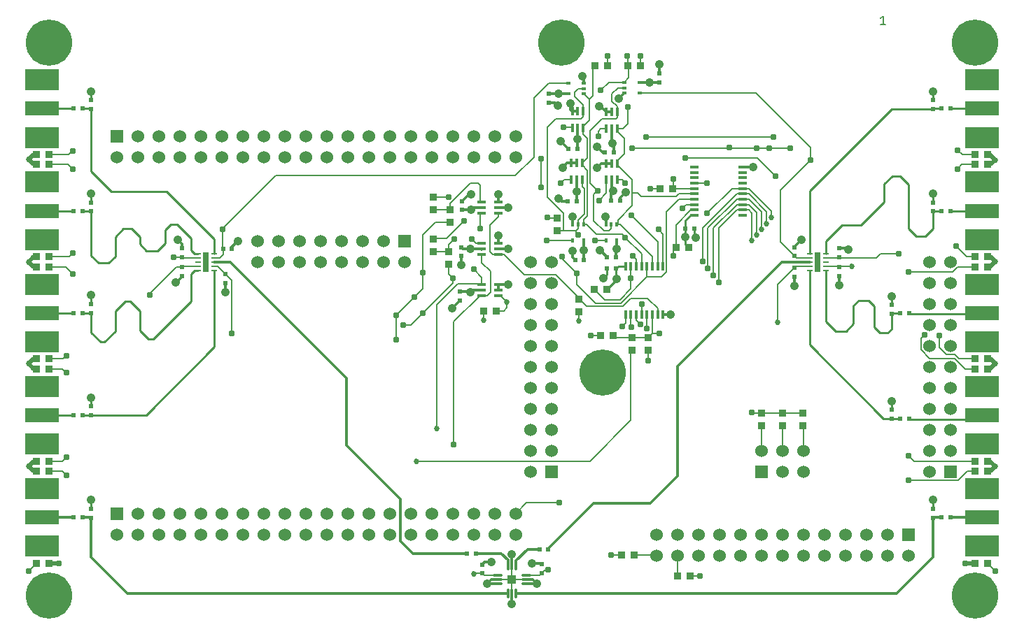
<source format=gbr>
G04 #@! TF.GenerationSoftware,KiCad,Pcbnew,6.0.10-86aedd382b~118~ubuntu22.04.1*
G04 #@! TF.CreationDate,2023-01-31T23:44:09-05:00*
G04 #@! TF.ProjectId,operacake,6f706572-6163-4616-9b65-2e6b69636164,rev?*
G04 #@! TF.SameCoordinates,Original*
G04 #@! TF.FileFunction,Copper,L1,Top*
G04 #@! TF.FilePolarity,Positive*
%FSLAX46Y46*%
G04 Gerber Fmt 4.6, Leading zero omitted, Abs format (unit mm)*
G04 Created by KiCad (PCBNEW 6.0.10-86aedd382b~118~ubuntu22.04.1) date 2023-01-31 23:44:09*
%MOMM*%
%LPD*%
G01*
G04 APERTURE LIST*
%ADD10C,0.177800*%
G04 #@! TA.AperFunction,NonConductor*
%ADD11C,0.177800*%
G04 #@! TD*
G04 #@! TA.AperFunction,SMDPad,CuDef*
%ADD12R,0.863600X0.863600*%
G04 #@! TD*
G04 #@! TA.AperFunction,SMDPad,CuDef*
%ADD13R,0.508000X0.558800*%
G04 #@! TD*
G04 #@! TA.AperFunction,SMDPad,CuDef*
%ADD14R,0.558800X0.508000*%
G04 #@! TD*
G04 #@! TA.AperFunction,ComponentPad*
%ADD15C,5.600000*%
G04 #@! TD*
G04 #@! TA.AperFunction,ComponentPad*
%ADD16C,0.600000*%
G04 #@! TD*
G04 #@! TA.AperFunction,ComponentPad*
%ADD17R,1.524000X1.524000*%
G04 #@! TD*
G04 #@! TA.AperFunction,ComponentPad*
%ADD18C,1.524000*%
G04 #@! TD*
G04 #@! TA.AperFunction,SMDPad,CuDef*
%ADD19R,4.190000X1.780000*%
G04 #@! TD*
G04 #@! TA.AperFunction,SMDPad,CuDef*
%ADD20R,4.190000X2.665000*%
G04 #@! TD*
G04 #@! TA.AperFunction,SMDPad,CuDef*
%ADD21O,1.200000X0.320000*%
G04 #@! TD*
G04 #@! TA.AperFunction,SMDPad,CuDef*
%ADD22O,0.320000X1.200000*%
G04 #@! TD*
G04 #@! TA.AperFunction,SMDPad,CuDef*
%ADD23R,1.000000X1.000000*%
G04 #@! TD*
G04 #@! TA.AperFunction,ComponentPad*
%ADD24C,0.457200*%
G04 #@! TD*
G04 #@! TA.AperFunction,SMDPad,CuDef*
%ADD25R,0.500000X0.500000*%
G04 #@! TD*
G04 #@! TA.AperFunction,SMDPad,CuDef*
%ADD26R,0.760000X2.400000*%
G04 #@! TD*
G04 #@! TA.AperFunction,SMDPad,CuDef*
%ADD27R,0.800000X0.250000*%
G04 #@! TD*
G04 #@! TA.AperFunction,SMDPad,CuDef*
%ADD28R,0.320000X1.050000*%
G04 #@! TD*
G04 #@! TA.AperFunction,SMDPad,CuDef*
%ADD29R,1.050000X0.320000*%
G04 #@! TD*
G04 #@! TA.AperFunction,SMDPad,CuDef*
%ADD30R,1.000000X0.450000*%
G04 #@! TD*
G04 #@! TA.AperFunction,SMDPad,CuDef*
%ADD31R,0.600000X0.420000*%
G04 #@! TD*
G04 #@! TA.AperFunction,SMDPad,CuDef*
%ADD32R,0.450000X1.000000*%
G04 #@! TD*
G04 #@! TA.AperFunction,SMDPad,CuDef*
%ADD33R,0.420000X0.600000*%
G04 #@! TD*
G04 #@! TA.AperFunction,ViaPad*
%ADD34C,1.066800*%
G04 #@! TD*
G04 #@! TA.AperFunction,ViaPad*
%ADD35C,0.685800*%
G04 #@! TD*
G04 #@! TA.AperFunction,ViaPad*
%ADD36C,0.787400*%
G04 #@! TD*
G04 #@! TA.AperFunction,Conductor*
%ADD37C,0.279400*%
G04 #@! TD*
G04 #@! TA.AperFunction,Conductor*
%ADD38C,0.304800*%
G04 #@! TD*
G04 #@! TA.AperFunction,Conductor*
%ADD39C,0.203200*%
G04 #@! TD*
G04 #@! TA.AperFunction,Conductor*
%ADD40C,0.508000*%
G04 #@! TD*
G04 APERTURE END LIST*
D10*
D11*
X165190285Y-101759619D02*
X164609714Y-101759619D01*
X164900000Y-101759619D02*
X164900000Y-100743619D01*
X164803238Y-100888761D01*
X164706476Y-100985523D01*
X164609714Y-101033904D01*
D12*
G04 #@! TO.P,DBG1,2*
G04 #@! TO.N,/U3V4*
X177537000Y-154675000D03*
G04 #@! TO.P,DBG1,1*
G04 #@! TO.N,Net-(DBG1-Pad1)*
X176013000Y-154675000D03*
G04 #@! TD*
G04 #@! TO.P,DBY1,2*
G04 #@! TO.N,/U3V4*
X177537000Y-155900000D03*
G04 #@! TO.P,DBY1,1*
G04 #@! TO.N,Net-(DBY1-Pad1)*
X176013000Y-155900000D03*
G04 #@! TD*
G04 #@! TO.P,DBG4,2*
G04 #@! TO.N,/U3V3*
X177537000Y-117550000D03*
G04 #@! TO.P,DBG4,1*
G04 #@! TO.N,Net-(DBG1-Pad1)*
X176013000Y-117550000D03*
G04 #@! TD*
G04 #@! TO.P,DBY4,2*
G04 #@! TO.N,/U3V3*
X177537000Y-118775000D03*
G04 #@! TO.P,DBY4,1*
G04 #@! TO.N,Net-(DBY1-Pad1)*
X176013000Y-118775000D03*
G04 #@! TD*
G04 #@! TO.P,DBG3,2*
G04 #@! TO.N,/U3V1*
X177537000Y-129925000D03*
G04 #@! TO.P,DBG3,1*
G04 #@! TO.N,Net-(DBG1-Pad1)*
X176013000Y-129925000D03*
G04 #@! TD*
G04 #@! TO.P,DBY3,2*
G04 #@! TO.N,/U3V1*
X177537000Y-131150000D03*
G04 #@! TO.P,DBY3,1*
G04 #@! TO.N,Net-(DBY1-Pad1)*
X176013000Y-131150000D03*
G04 #@! TD*
G04 #@! TO.P,DAY4,2*
G04 #@! TO.N,/U2V4*
X62463000Y-118775000D03*
G04 #@! TO.P,DAY4,1*
G04 #@! TO.N,Net-(DAY1-Pad1)*
X63987000Y-118775000D03*
G04 #@! TD*
G04 #@! TO.P,DAG4,2*
G04 #@! TO.N,/U2V4*
X62463000Y-117550000D03*
G04 #@! TO.P,DAG4,1*
G04 #@! TO.N,Net-(DAG1-Pad1)*
X63987000Y-117550000D03*
G04 #@! TD*
D13*
G04 #@! TO.P,C1,2*
G04 #@! TO.N,Net-(C1-Pad2)*
X66966600Y-136750000D03*
G04 #@! TO.P,C1,1*
G04 #@! TO.N,Net-(C1-Pad1)*
X68033400Y-136750000D03*
G04 #@! TD*
G04 #@! TO.P,C2,2*
G04 #@! TO.N,Net-(C2-Pad2)*
X66966600Y-112000000D03*
G04 #@! TO.P,C2,1*
G04 #@! TO.N,Net-(C2-Pad1)*
X68033400Y-112000000D03*
G04 #@! TD*
G04 #@! TO.P,C3,2*
G04 #@! TO.N,Net-(C3-Pad2)*
X168033400Y-136750000D03*
G04 #@! TO.P,C3,1*
G04 #@! TO.N,Net-(C3-Pad1)*
X166966600Y-136750000D03*
G04 #@! TD*
G04 #@! TO.P,C4,2*
G04 #@! TO.N,Net-(C4-Pad2)*
X173033400Y-112000000D03*
G04 #@! TO.P,C4,1*
G04 #@! TO.N,Net-(C4-Pad1)*
X171966600Y-112000000D03*
G04 #@! TD*
G04 #@! TO.P,C5,2*
G04 #@! TO.N,Net-(C5-Pad2)*
X66966600Y-149125000D03*
G04 #@! TO.P,C5,1*
G04 #@! TO.N,Net-(C5-Pad1)*
X68033400Y-149125000D03*
G04 #@! TD*
G04 #@! TO.P,C6,2*
G04 #@! TO.N,Net-(C6-Pad2)*
X66966600Y-124375000D03*
G04 #@! TO.P,C6,1*
G04 #@! TO.N,Net-(C6-Pad1)*
X68033400Y-124375000D03*
G04 #@! TD*
G04 #@! TO.P,C7,2*
G04 #@! TO.N,Net-(C7-Pad2)*
X168033400Y-149525000D03*
G04 #@! TO.P,C7,1*
G04 #@! TO.N,Net-(C7-Pad1)*
X166966600Y-149525000D03*
G04 #@! TD*
G04 #@! TO.P,C8,2*
G04 #@! TO.N,Net-(C8-Pad2)*
X173033400Y-124375000D03*
G04 #@! TO.P,C8,1*
G04 #@! TO.N,Net-(C8-Pad1)*
X171966600Y-124375000D03*
G04 #@! TD*
G04 #@! TO.P,C9,2*
G04 #@! TO.N,Net-(C9-Pad2)*
X114559080Y-165887400D03*
G04 #@! TO.P,C9,1*
G04 #@! TO.N,Net-(C9-Pad1)*
X115625880Y-165887400D03*
G04 #@! TD*
G04 #@! TO.P,C10,2*
G04 #@! TO.N,Net-(C10-Pad2)*
X123337320Y-165364160D03*
G04 #@! TO.P,C10,1*
G04 #@! TO.N,Net-(C10-Pad1)*
X124404120Y-165364160D03*
G04 #@! TD*
G04 #@! TO.P,C11,2*
G04 #@! TO.N,Net-(C11-Pad2)*
X66966600Y-161500000D03*
G04 #@! TO.P,C11,1*
G04 #@! TO.N,Net-(C11-Pad1)*
X68033400Y-161500000D03*
G04 #@! TD*
G04 #@! TO.P,C12,2*
G04 #@! TO.N,Net-(C12-Pad2)*
X173008400Y-161500000D03*
G04 #@! TO.P,C12,1*
G04 #@! TO.N,Net-(C12-Pad1)*
X171941600Y-161500000D03*
G04 #@! TD*
D14*
G04 #@! TO.P,D1,2*
G04 #@! TO.N,GND*
X69100000Y-135666600D03*
G04 #@! TO.P,D1,1*
G04 #@! TO.N,Net-(C1-Pad1)*
X69100000Y-136733400D03*
G04 #@! TD*
G04 #@! TO.P,D2,2*
G04 #@! TO.N,GND*
X69100000Y-110966600D03*
G04 #@! TO.P,D2,1*
G04 #@! TO.N,Net-(C2-Pad1)*
X69100000Y-112033400D03*
G04 #@! TD*
G04 #@! TO.P,D3,2*
G04 #@! TO.N,GND*
X165900000Y-135766600D03*
G04 #@! TO.P,D3,1*
G04 #@! TO.N,Net-(C3-Pad1)*
X165900000Y-136833400D03*
G04 #@! TD*
G04 #@! TO.P,D4,2*
G04 #@! TO.N,GND*
X170900000Y-110966600D03*
G04 #@! TO.P,D4,1*
G04 #@! TO.N,Net-(C4-Pad1)*
X170900000Y-112033400D03*
G04 #@! TD*
G04 #@! TO.P,D5,2*
G04 #@! TO.N,GND*
X69100000Y-148066600D03*
G04 #@! TO.P,D5,1*
G04 #@! TO.N,Net-(C5-Pad1)*
X69100000Y-149133400D03*
G04 #@! TD*
G04 #@! TO.P,D6,2*
G04 #@! TO.N,GND*
X69100000Y-123366600D03*
G04 #@! TO.P,D6,1*
G04 #@! TO.N,Net-(C6-Pad1)*
X69100000Y-124433400D03*
G04 #@! TD*
G04 #@! TO.P,D7,2*
G04 #@! TO.N,GND*
X165900000Y-148466600D03*
G04 #@! TO.P,D7,1*
G04 #@! TO.N,Net-(C7-Pad1)*
X165900000Y-149533400D03*
G04 #@! TD*
G04 #@! TO.P,D8,2*
G04 #@! TO.N,GND*
X170900000Y-123366600D03*
G04 #@! TO.P,D8,1*
G04 #@! TO.N,Net-(C8-Pad1)*
X170900000Y-124433400D03*
G04 #@! TD*
G04 #@! TO.P,D9,2*
G04 #@! TO.N,GND*
X69100000Y-160466600D03*
G04 #@! TO.P,D9,1*
G04 #@! TO.N,Net-(C11-Pad1)*
X69100000Y-161533400D03*
G04 #@! TD*
G04 #@! TO.P,D10,2*
G04 #@! TO.N,GND*
X170900000Y-160466600D03*
G04 #@! TO.P,D10,1*
G04 #@! TO.N,Net-(C12-Pad1)*
X170900000Y-161533400D03*
G04 #@! TD*
D12*
G04 #@! TO.P,DA0,2*
G04 #@! TO.N,VCC*
X62463000Y-167050000D03*
G04 #@! TO.P,DA0,1*
G04 #@! TO.N,Net-(DA0-Pad1)*
X63987000Y-167050000D03*
G04 #@! TD*
G04 #@! TO.P,DAG1,2*
G04 #@! TO.N,/U2V3*
X62463000Y-154675000D03*
G04 #@! TO.P,DAG1,1*
G04 #@! TO.N,Net-(DAG1-Pad1)*
X63987000Y-154675000D03*
G04 #@! TD*
G04 #@! TO.P,DAG2,2*
G04 #@! TO.N,/U2V1*
X62463000Y-142300000D03*
G04 #@! TO.P,DAG2,1*
G04 #@! TO.N,Net-(DAG1-Pad1)*
X63987000Y-142300000D03*
G04 #@! TD*
G04 #@! TO.P,DAG3,2*
G04 #@! TO.N,/U2V2*
X62463000Y-129925000D03*
G04 #@! TO.P,DAG3,1*
G04 #@! TO.N,Net-(DAG1-Pad1)*
X63987000Y-129925000D03*
G04 #@! TD*
G04 #@! TO.P,DAY1,2*
G04 #@! TO.N,/U2V3*
X62463000Y-155900000D03*
G04 #@! TO.P,DAY1,1*
G04 #@! TO.N,Net-(DAY1-Pad1)*
X63987000Y-155900000D03*
G04 #@! TD*
G04 #@! TO.P,DAY2,2*
G04 #@! TO.N,/U2V1*
X62463000Y-143525000D03*
G04 #@! TO.P,DAY2,1*
G04 #@! TO.N,Net-(DAY1-Pad1)*
X63987000Y-143525000D03*
G04 #@! TD*
G04 #@! TO.P,DAY3,2*
G04 #@! TO.N,/U2V2*
X62463000Y-131150000D03*
G04 #@! TO.P,DAY3,1*
G04 #@! TO.N,Net-(DAY1-Pad1)*
X63987000Y-131150000D03*
G04 #@! TD*
G04 #@! TO.P,DB0,2*
G04 #@! TO.N,VCC*
X177537000Y-167050000D03*
G04 #@! TO.P,DB0,1*
G04 #@! TO.N,Net-(DB0-Pad1)*
X176013000Y-167050000D03*
G04 #@! TD*
G04 #@! TO.P,DBG2,2*
G04 #@! TO.N,/U3V2*
X177537000Y-142300000D03*
G04 #@! TO.P,DBG2,1*
G04 #@! TO.N,Net-(DBG1-Pad1)*
X176013000Y-142300000D03*
G04 #@! TD*
G04 #@! TO.P,DBY2,2*
G04 #@! TO.N,/U3V2*
X177537000Y-143525000D03*
G04 #@! TO.P,DBY2,1*
G04 #@! TO.N,Net-(DBY1-Pad1)*
X176013000Y-143525000D03*
G04 #@! TD*
D15*
G04 #@! TO.P,MH1,1*
G04 #@! TO.N,GND*
X64000000Y-104000000D03*
D16*
X64000000Y-101800000D03*
X61800000Y-104000000D03*
X64000000Y-106200000D03*
X66200000Y-104000000D03*
X65550000Y-102450000D03*
X62450000Y-102450000D03*
X62450000Y-105550000D03*
X65550000Y-105550000D03*
G04 #@! TD*
D15*
G04 #@! TO.P,MH2,1*
G04 #@! TO.N,GND*
X64000000Y-171000000D03*
D16*
X64000000Y-168800000D03*
X61800000Y-171000000D03*
X64000000Y-173200000D03*
X66200000Y-171000000D03*
X65550000Y-169450000D03*
X62450000Y-169450000D03*
X62450000Y-172550000D03*
X65550000Y-172550000D03*
G04 #@! TD*
D15*
G04 #@! TO.P,MH3,1*
G04 #@! TO.N,GND*
X176000000Y-171000000D03*
D16*
X176000000Y-168800000D03*
X173800000Y-171000000D03*
X176000000Y-173200000D03*
X178200000Y-171000000D03*
X177550000Y-169450000D03*
X174450000Y-169450000D03*
X174450000Y-172550000D03*
X177550000Y-172550000D03*
G04 #@! TD*
D15*
G04 #@! TO.P,MH4,1*
G04 #@! TO.N,GND*
X176000000Y-104000000D03*
D16*
X176000000Y-101800000D03*
X173800000Y-104000000D03*
X176000000Y-106200000D03*
X178200000Y-104000000D03*
X177550000Y-102450000D03*
X174450000Y-102450000D03*
X174450000Y-105550000D03*
X177550000Y-105550000D03*
G04 #@! TD*
D15*
G04 #@! TO.P,MH5,1*
G04 #@! TO.N,GND*
X126000000Y-104000000D03*
D16*
X126000000Y-101800000D03*
X123800000Y-104000000D03*
X126000000Y-106200000D03*
X128200000Y-104000000D03*
X127550000Y-102450000D03*
X124450000Y-102450000D03*
X124450000Y-105550000D03*
X127550000Y-105550000D03*
G04 #@! TD*
D15*
G04 #@! TO.P,MH6,1*
G04 #@! TO.N,GND*
X131000000Y-144000000D03*
D16*
X131000000Y-141800000D03*
X128800000Y-144000000D03*
X131000000Y-146200000D03*
X133200000Y-144000000D03*
X132550000Y-142450000D03*
X129450000Y-142450000D03*
X129450000Y-145550000D03*
X132550000Y-145550000D03*
G04 #@! TD*
D17*
G04 #@! TO.P,P1,1*
G04 #@! TO.N,VCC*
X150170000Y-155950000D03*
D18*
G04 #@! TO.P,P1,2*
G04 #@! TO.N,/A0*
X150170000Y-153410000D03*
G04 #@! TO.P,P1,3*
G04 #@! TO.N,VCC*
X152710000Y-155950000D03*
G04 #@! TO.P,P1,4*
G04 #@! TO.N,/A1*
X152710000Y-153410000D03*
G04 #@! TO.P,P1,5*
G04 #@! TO.N,VCC*
X155250000Y-155950000D03*
G04 #@! TO.P,P1,6*
G04 #@! TO.N,/A2*
X155250000Y-153410000D03*
G04 #@! TD*
D17*
G04 #@! TO.P,P9,1*
G04 #@! TO.N,GND*
X106990000Y-128010000D03*
D18*
G04 #@! TO.P,P9,2*
X106990000Y-130550000D03*
G04 #@! TO.P,P9,3*
X104450000Y-128010000D03*
G04 #@! TO.P,P9,4*
G04 #@! TO.N,Net-(P9-Pad4)*
X104450000Y-130550000D03*
G04 #@! TO.P,P9,5*
G04 #@! TO.N,Net-(P9-Pad5)*
X101910000Y-128010000D03*
G04 #@! TO.P,P9,6*
G04 #@! TO.N,Net-(P9-Pad6)*
X101910000Y-130550000D03*
G04 #@! TO.P,P9,7*
G04 #@! TO.N,Net-(P9-Pad7)*
X99370000Y-128010000D03*
G04 #@! TO.P,P9,8*
G04 #@! TO.N,GND*
X99370000Y-130550000D03*
G04 #@! TO.P,P9,9*
X96830000Y-128010000D03*
G04 #@! TO.P,P9,10*
G04 #@! TO.N,Net-(P9-Pad10)*
X96830000Y-130550000D03*
G04 #@! TO.P,P9,11*
G04 #@! TO.N,Net-(P9-Pad11)*
X94290000Y-128010000D03*
G04 #@! TO.P,P9,12*
G04 #@! TO.N,Net-(P9-Pad12)*
X94290000Y-130550000D03*
G04 #@! TO.P,P9,13*
G04 #@! TO.N,Net-(P9-Pad13)*
X91750000Y-128010000D03*
G04 #@! TO.P,P9,14*
G04 #@! TO.N,GND*
X91750000Y-130550000D03*
G04 #@! TO.P,P9,15*
X89210000Y-128010000D03*
G04 #@! TO.P,P9,16*
X89210000Y-130550000D03*
G04 #@! TD*
D17*
G04 #@! TO.P,P20,1*
G04 #@! TO.N,Net-(P20-Pad1)*
X173030000Y-155950000D03*
D18*
G04 #@! TO.P,P20,2*
G04 #@! TO.N,Net-(P20-Pad2)*
X170490000Y-155950000D03*
G04 #@! TO.P,P20,3*
G04 #@! TO.N,VCC*
X173030000Y-153410000D03*
G04 #@! TO.P,P20,4*
G04 #@! TO.N,Net-(P20-Pad4)*
X170490000Y-153410000D03*
G04 #@! TO.P,P20,5*
G04 #@! TO.N,/EXT_U1CTRL*
X173030000Y-150870000D03*
G04 #@! TO.P,P20,6*
G04 #@! TO.N,Net-(P20-Pad6)*
X170490000Y-150870000D03*
G04 #@! TO.P,P20,7*
G04 #@! TO.N,Net-(P20-Pad7)*
X173030000Y-148330000D03*
G04 #@! TO.P,P20,8*
G04 #@! TO.N,Net-(P20-Pad8)*
X170490000Y-148330000D03*
G04 #@! TO.P,P20,9*
G04 #@! TO.N,/EXT_U2CTRL0*
X173030000Y-145790000D03*
G04 #@! TO.P,P20,10*
G04 #@! TO.N,/EXT_U2CTRL1*
X170490000Y-145790000D03*
G04 #@! TO.P,P20,11*
G04 #@! TO.N,/EXT_U3CTRL0*
X173030000Y-143250000D03*
G04 #@! TO.P,P20,12*
G04 #@! TO.N,/EXT_U3CTRL1*
X170490000Y-143250000D03*
G04 #@! TO.P,P20,13*
G04 #@! TO.N,Net-(P20-Pad13)*
X173030000Y-140710000D03*
G04 #@! TO.P,P20,14*
G04 #@! TO.N,Net-(P20-Pad14)*
X170490000Y-140710000D03*
G04 #@! TO.P,P20,15*
G04 #@! TO.N,GND*
X173030000Y-138170000D03*
G04 #@! TO.P,P20,16*
G04 #@! TO.N,Net-(P20-Pad16)*
X170490000Y-138170000D03*
G04 #@! TO.P,P20,17*
G04 #@! TO.N,Net-(P20-Pad17)*
X173030000Y-135630000D03*
G04 #@! TO.P,P20,18*
G04 #@! TO.N,Net-(P20-Pad18)*
X170490000Y-135630000D03*
G04 #@! TO.P,P20,19*
G04 #@! TO.N,GND*
X173030000Y-133090000D03*
G04 #@! TO.P,P20,20*
G04 #@! TO.N,Net-(P20-Pad20)*
X170490000Y-133090000D03*
G04 #@! TO.P,P20,21*
G04 #@! TO.N,Net-(P20-Pad21)*
X173030000Y-130550000D03*
G04 #@! TO.P,P20,22*
G04 #@! TO.N,Net-(P20-Pad22)*
X170490000Y-130550000D03*
G04 #@! TD*
D17*
G04 #@! TO.P,P22,1*
G04 #@! TO.N,Net-(P22-Pad1)*
X167950000Y-163570000D03*
D18*
G04 #@! TO.P,P22,2*
G04 #@! TO.N,Net-(P22-Pad2)*
X167950000Y-166110000D03*
G04 #@! TO.P,P22,3*
G04 #@! TO.N,Net-(P22-Pad3)*
X165410000Y-163570000D03*
G04 #@! TO.P,P22,4*
G04 #@! TO.N,GND*
X165410000Y-166110000D03*
G04 #@! TO.P,P22,5*
G04 #@! TO.N,Net-(P22-Pad5)*
X162870000Y-163570000D03*
G04 #@! TO.P,P22,6*
G04 #@! TO.N,Net-(P22-Pad6)*
X162870000Y-166110000D03*
G04 #@! TO.P,P22,7*
G04 #@! TO.N,Net-(P22-Pad7)*
X160330000Y-163570000D03*
G04 #@! TO.P,P22,8*
G04 #@! TO.N,Net-(P22-Pad8)*
X160330000Y-166110000D03*
G04 #@! TO.P,P22,9*
G04 #@! TO.N,Net-(P22-Pad9)*
X157790000Y-163570000D03*
G04 #@! TO.P,P22,10*
G04 #@! TO.N,GND*
X157790000Y-166110000D03*
G04 #@! TO.P,P22,11*
G04 #@! TO.N,VCC*
X155250000Y-163570000D03*
G04 #@! TO.P,P22,12*
G04 #@! TO.N,Net-(P22-Pad12)*
X155250000Y-166110000D03*
G04 #@! TO.P,P22,13*
G04 #@! TO.N,Net-(P22-Pad13)*
X152710000Y-163570000D03*
G04 #@! TO.P,P22,14*
G04 #@! TO.N,Net-(P22-Pad14)*
X152710000Y-166110000D03*
G04 #@! TO.P,P22,15*
G04 #@! TO.N,Net-(P22-Pad15)*
X150170000Y-163570000D03*
G04 #@! TO.P,P22,16*
G04 #@! TO.N,Net-(P22-Pad16)*
X150170000Y-166110000D03*
G04 #@! TO.P,P22,17*
G04 #@! TO.N,Net-(P22-Pad17)*
X147630000Y-163570000D03*
G04 #@! TO.P,P22,18*
G04 #@! TO.N,GND*
X147630000Y-166110000D03*
G04 #@! TO.P,P22,19*
G04 #@! TO.N,Net-(P22-Pad19)*
X145090000Y-163570000D03*
G04 #@! TO.P,P22,20*
G04 #@! TO.N,Net-(P22-Pad20)*
X145090000Y-166110000D03*
G04 #@! TO.P,P22,21*
G04 #@! TO.N,Net-(P22-Pad21)*
X142550000Y-163570000D03*
G04 #@! TO.P,P22,22*
G04 #@! TO.N,Net-(P22-Pad22)*
X142550000Y-166110000D03*
G04 #@! TO.P,P22,23*
G04 #@! TO.N,Net-(P22-Pad23)*
X140010000Y-163570000D03*
G04 #@! TO.P,P22,24*
G04 #@! TO.N,/SDA*
X140010000Y-166110000D03*
G04 #@! TO.P,P22,25*
G04 #@! TO.N,Net-(P22-Pad25)*
X137470000Y-163570000D03*
G04 #@! TO.P,P22,26*
G04 #@! TO.N,/SCL*
X137470000Y-166110000D03*
G04 #@! TD*
D17*
G04 #@! TO.P,P28,1*
G04 #@! TO.N,VCC*
X124770000Y-155950000D03*
D18*
G04 #@! TO.P,P28,2*
G04 #@! TO.N,GND*
X122230000Y-155950000D03*
G04 #@! TO.P,P28,3*
G04 #@! TO.N,Net-(P28-Pad3)*
X124770000Y-153410000D03*
G04 #@! TO.P,P28,4*
G04 #@! TO.N,Net-(P28-Pad4)*
X122230000Y-153410000D03*
G04 #@! TO.P,P28,5*
G04 #@! TO.N,Net-(P28-Pad5)*
X124770000Y-150870000D03*
G04 #@! TO.P,P28,6*
G04 #@! TO.N,Net-(P28-Pad6)*
X122230000Y-150870000D03*
G04 #@! TO.P,P28,7*
G04 #@! TO.N,Net-(P28-Pad7)*
X124770000Y-148330000D03*
G04 #@! TO.P,P28,8*
G04 #@! TO.N,Net-(P28-Pad8)*
X122230000Y-148330000D03*
G04 #@! TO.P,P28,9*
G04 #@! TO.N,Net-(P28-Pad9)*
X124770000Y-145790000D03*
G04 #@! TO.P,P28,10*
G04 #@! TO.N,Net-(P28-Pad10)*
X122230000Y-145790000D03*
G04 #@! TO.P,P28,11*
G04 #@! TO.N,Net-(P28-Pad11)*
X124770000Y-143250000D03*
G04 #@! TO.P,P28,12*
G04 #@! TO.N,GND*
X122230000Y-143250000D03*
G04 #@! TO.P,P28,13*
G04 #@! TO.N,Net-(P28-Pad13)*
X124770000Y-140710000D03*
G04 #@! TO.P,P28,14*
G04 #@! TO.N,Net-(P28-Pad14)*
X122230000Y-140710000D03*
G04 #@! TO.P,P28,15*
G04 #@! TO.N,Net-(P28-Pad15)*
X124770000Y-138170000D03*
G04 #@! TO.P,P28,16*
G04 #@! TO.N,Net-(P28-Pad16)*
X122230000Y-138170000D03*
G04 #@! TO.P,P28,17*
G04 #@! TO.N,Net-(P28-Pad17)*
X124770000Y-135630000D03*
G04 #@! TO.P,P28,18*
G04 #@! TO.N,Net-(P28-Pad18)*
X122230000Y-135630000D03*
G04 #@! TO.P,P28,19*
G04 #@! TO.N,Net-(P28-Pad19)*
X124770000Y-133090000D03*
G04 #@! TO.P,P28,20*
G04 #@! TO.N,Net-(P28-Pad20)*
X122230000Y-133090000D03*
G04 #@! TO.P,P28,21*
G04 #@! TO.N,Net-(P28-Pad21)*
X124770000Y-130550000D03*
G04 #@! TO.P,P28,22*
G04 #@! TO.N,Net-(P28-Pad22)*
X122230000Y-130550000D03*
G04 #@! TD*
D19*
G04 #@! TO.P,PA0,1*
G04 #@! TO.N,Net-(C11-Pad2)*
X63115000Y-161500000D03*
D20*
G04 #@! TO.P,PA0,2*
G04 #@! TO.N,GND*
X63115000Y-158007500D03*
X63115000Y-164992500D03*
D16*
X64520000Y-164000000D03*
X64520000Y-165000000D03*
X64520000Y-166000000D03*
X63520000Y-164000000D03*
X63520000Y-165000000D03*
X63520000Y-166000000D03*
X62520000Y-164000000D03*
X62520000Y-165000000D03*
X62520000Y-166000000D03*
X64520000Y-159000000D03*
X64520000Y-158000000D03*
X64520000Y-157000000D03*
X63520000Y-159000000D03*
X63520000Y-158000000D03*
X63520000Y-157000000D03*
X62520000Y-159000000D03*
X62520000Y-158000000D03*
X62520000Y-157000000D03*
G04 #@! TD*
D19*
G04 #@! TO.P,PA1,1*
G04 #@! TO.N,Net-(C5-Pad2)*
X63115000Y-149125000D03*
D20*
G04 #@! TO.P,PA1,2*
G04 #@! TO.N,GND*
X63115000Y-145632500D03*
X63115000Y-152617500D03*
D16*
X64520000Y-151625000D03*
X64520000Y-152625000D03*
X64520000Y-153625000D03*
X63520000Y-151625000D03*
X63520000Y-152625000D03*
X63520000Y-153625000D03*
X62520000Y-151625000D03*
X62520000Y-152625000D03*
X62520000Y-153625000D03*
X64520000Y-146625000D03*
X64520000Y-145625000D03*
X64520000Y-144625000D03*
X63520000Y-146625000D03*
X63520000Y-145625000D03*
X63520000Y-144625000D03*
X62520000Y-146625000D03*
X62520000Y-145625000D03*
X62520000Y-144625000D03*
G04 #@! TD*
D19*
G04 #@! TO.P,PA2,1*
G04 #@! TO.N,Net-(C1-Pad2)*
X63115000Y-136750000D03*
D20*
G04 #@! TO.P,PA2,2*
G04 #@! TO.N,GND*
X63115000Y-133257500D03*
X63115000Y-140242500D03*
D16*
X64520000Y-139250000D03*
X64520000Y-140250000D03*
X64520000Y-141250000D03*
X63520000Y-139250000D03*
X63520000Y-140250000D03*
X63520000Y-141250000D03*
X62520000Y-139250000D03*
X62520000Y-140250000D03*
X62520000Y-141250000D03*
X64520000Y-134250000D03*
X64520000Y-133250000D03*
X64520000Y-132250000D03*
X63520000Y-134250000D03*
X63520000Y-133250000D03*
X63520000Y-132250000D03*
X62520000Y-134250000D03*
X62520000Y-133250000D03*
X62520000Y-132250000D03*
G04 #@! TD*
D19*
G04 #@! TO.P,PA3,1*
G04 #@! TO.N,Net-(C6-Pad2)*
X63115000Y-124375000D03*
D20*
G04 #@! TO.P,PA3,2*
G04 #@! TO.N,GND*
X63115000Y-120882500D03*
X63115000Y-127867500D03*
D16*
X64520000Y-126875000D03*
X64520000Y-127875000D03*
X64520000Y-128875000D03*
X63520000Y-126875000D03*
X63520000Y-127875000D03*
X63520000Y-128875000D03*
X62520000Y-126875000D03*
X62520000Y-127875000D03*
X62520000Y-128875000D03*
X64520000Y-121875000D03*
X64520000Y-120875000D03*
X64520000Y-119875000D03*
X63520000Y-121875000D03*
X63520000Y-120875000D03*
X63520000Y-119875000D03*
X62520000Y-121875000D03*
X62520000Y-120875000D03*
X62520000Y-119875000D03*
G04 #@! TD*
D19*
G04 #@! TO.P,PA4,1*
G04 #@! TO.N,Net-(C2-Pad2)*
X63115000Y-112000000D03*
D20*
G04 #@! TO.P,PA4,2*
G04 #@! TO.N,GND*
X63115000Y-108507500D03*
X63115000Y-115492500D03*
D16*
X64520000Y-114500000D03*
X64520000Y-115500000D03*
X64520000Y-116500000D03*
X63520000Y-114500000D03*
X63520000Y-115500000D03*
X63520000Y-116500000D03*
X62520000Y-114500000D03*
X62520000Y-115500000D03*
X62520000Y-116500000D03*
X64520000Y-109500000D03*
X64520000Y-108500000D03*
X64520000Y-107500000D03*
X63520000Y-109500000D03*
X63520000Y-108500000D03*
X63520000Y-107500000D03*
X62520000Y-109500000D03*
X62520000Y-108500000D03*
X62520000Y-107500000D03*
G04 #@! TD*
D19*
G04 #@! TO.P,PB0,1*
G04 #@! TO.N,Net-(C12-Pad2)*
X176885000Y-161500000D03*
D20*
G04 #@! TO.P,PB0,2*
G04 #@! TO.N,GND*
X176885000Y-164992500D03*
X176885000Y-158007500D03*
D16*
X175480000Y-159000000D03*
X175480000Y-158000000D03*
X175480000Y-157000000D03*
X176480000Y-159000000D03*
X176480000Y-158000000D03*
X176480000Y-157000000D03*
X177480000Y-159000000D03*
X177480000Y-158000000D03*
X177480000Y-157000000D03*
X175480000Y-164000000D03*
X175480000Y-165000000D03*
X175480000Y-166000000D03*
X176480000Y-164000000D03*
X176480000Y-165000000D03*
X176480000Y-166000000D03*
X177480000Y-164000000D03*
X177480000Y-165000000D03*
X177480000Y-166000000D03*
G04 #@! TD*
D19*
G04 #@! TO.P,PB1,1*
G04 #@! TO.N,Net-(C7-Pad2)*
X176885000Y-149125000D03*
D20*
G04 #@! TO.P,PB1,2*
G04 #@! TO.N,GND*
X176885000Y-152617500D03*
X176885000Y-145632500D03*
D16*
X175480000Y-146625000D03*
X175480000Y-145625000D03*
X175480000Y-144625000D03*
X176480000Y-146625000D03*
X176480000Y-145625000D03*
X176480000Y-144625000D03*
X177480000Y-146625000D03*
X177480000Y-145625000D03*
X177480000Y-144625000D03*
X175480000Y-151625000D03*
X175480000Y-152625000D03*
X175480000Y-153625000D03*
X176480000Y-151625000D03*
X176480000Y-152625000D03*
X176480000Y-153625000D03*
X177480000Y-151625000D03*
X177480000Y-152625000D03*
X177480000Y-153625000D03*
G04 #@! TD*
D19*
G04 #@! TO.P,PB2,1*
G04 #@! TO.N,Net-(C3-Pad2)*
X176885000Y-136750000D03*
D20*
G04 #@! TO.P,PB2,2*
G04 #@! TO.N,GND*
X176885000Y-140242500D03*
X176885000Y-133257500D03*
D16*
X175480000Y-134250000D03*
X175480000Y-133250000D03*
X175480000Y-132250000D03*
X176480000Y-134250000D03*
X176480000Y-133250000D03*
X176480000Y-132250000D03*
X177480000Y-134250000D03*
X177480000Y-133250000D03*
X177480000Y-132250000D03*
X175480000Y-139250000D03*
X175480000Y-140250000D03*
X175480000Y-141250000D03*
X176480000Y-139250000D03*
X176480000Y-140250000D03*
X176480000Y-141250000D03*
X177480000Y-139250000D03*
X177480000Y-140250000D03*
X177480000Y-141250000D03*
G04 #@! TD*
D19*
G04 #@! TO.P,PB3,1*
G04 #@! TO.N,Net-(C8-Pad2)*
X176885000Y-124375000D03*
D20*
G04 #@! TO.P,PB3,2*
G04 #@! TO.N,GND*
X176885000Y-127867500D03*
X176885000Y-120882500D03*
D16*
X175480000Y-121875000D03*
X175480000Y-120875000D03*
X175480000Y-119875000D03*
X176480000Y-121875000D03*
X176480000Y-120875000D03*
X176480000Y-119875000D03*
X177480000Y-121875000D03*
X177480000Y-120875000D03*
X177480000Y-119875000D03*
X175480000Y-126875000D03*
X175480000Y-127875000D03*
X175480000Y-128875000D03*
X176480000Y-126875000D03*
X176480000Y-127875000D03*
X176480000Y-128875000D03*
X177480000Y-126875000D03*
X177480000Y-127875000D03*
X177480000Y-128875000D03*
G04 #@! TD*
D19*
G04 #@! TO.P,PB4,1*
G04 #@! TO.N,Net-(C4-Pad2)*
X176885000Y-112000000D03*
D20*
G04 #@! TO.P,PB4,2*
G04 #@! TO.N,GND*
X176885000Y-115492500D03*
X176885000Y-108507500D03*
D16*
X175480000Y-109500000D03*
X175480000Y-108500000D03*
X175480000Y-107500000D03*
X176480000Y-109500000D03*
X176480000Y-108500000D03*
X176480000Y-107500000D03*
X177480000Y-109500000D03*
X177480000Y-108500000D03*
X177480000Y-107500000D03*
X175480000Y-114500000D03*
X175480000Y-115500000D03*
X175480000Y-116500000D03*
X176480000Y-114500000D03*
X176480000Y-115500000D03*
X176480000Y-116500000D03*
X177480000Y-114500000D03*
X177480000Y-115500000D03*
X177480000Y-116500000D03*
G04 #@! TD*
D12*
G04 #@! TO.P,R1,2*
G04 #@! TO.N,Net-(R1-Pad2)*
X112318800Y-129286000D03*
G04 #@! TO.P,R1,1*
G04 #@! TO.N,Net-(DAG1-Pad1)*
X112318800Y-130810000D03*
G04 #@! TD*
G04 #@! TO.P,R2,2*
G04 #@! TO.N,Net-(R2-Pad2)*
X112496600Y-124206000D03*
G04 #@! TO.P,R2,1*
G04 #@! TO.N,Net-(DAY1-Pad1)*
X112496600Y-125730000D03*
G04 #@! TD*
G04 #@! TO.P,R3,2*
G04 #@! TO.N,Net-(R2-Pad2)*
X110490000Y-124231400D03*
G04 #@! TO.P,R3,1*
G04 #@! TO.N,Net-(DBG1-Pad1)*
X110490000Y-122707400D03*
G04 #@! TD*
G04 #@! TO.P,R4,2*
G04 #@! TO.N,Net-(R1-Pad2)*
X110464600Y-129336800D03*
G04 #@! TO.P,R4,1*
G04 #@! TO.N,Net-(DBY1-Pad1)*
X110464600Y-127812800D03*
G04 #@! TD*
G04 #@! TO.P,R5,2*
G04 #@! TO.N,/!LED_EN*
X134500000Y-139738000D03*
G04 #@! TO.P,R5,1*
G04 #@! TO.N,Net-(DA0-Pad1)*
X134500000Y-141262000D03*
G04 #@! TD*
G04 #@! TO.P,R6,2*
G04 #@! TO.N,/!LED_EN*
X136500000Y-139738000D03*
G04 #@! TO.P,R6,1*
G04 #@! TO.N,Net-(DB0-Pad1)*
X136500000Y-141262000D03*
G04 #@! TD*
G04 #@! TO.P,R7,2*
G04 #@! TO.N,/SCL*
X134762000Y-166100000D03*
G04 #@! TO.P,R7,1*
G04 #@! TO.N,VCC*
X133238000Y-166100000D03*
G04 #@! TD*
G04 #@! TO.P,R8,2*
G04 #@! TO.N,/SDA*
X140038000Y-168600000D03*
G04 #@! TO.P,R8,1*
G04 #@! TO.N,VCC*
X141562000Y-168600000D03*
G04 #@! TD*
G04 #@! TO.P,R9,2*
G04 #@! TO.N,/!LED_EN*
X132262000Y-139500000D03*
G04 #@! TO.P,R9,1*
G04 #@! TO.N,VCC*
X130738000Y-139500000D03*
G04 #@! TD*
G04 #@! TO.P,R10,2*
G04 #@! TO.N,VCC*
X131505960Y-133913880D03*
G04 #@! TO.P,R10,1*
G04 #@! TO.N,/!RESET*
X129981960Y-133913880D03*
G04 #@! TD*
G04 #@! TO.P,R11,2*
G04 #@! TO.N,VCC*
X141351000Y-128793240D03*
G04 #@! TO.P,R11,1*
G04 #@! TO.N,/!OE*
X139827000Y-128793240D03*
G04 #@! TD*
G04 #@! TO.P,R12,2*
G04 #@! TO.N,VCC*
X131532000Y-106823600D03*
G04 #@! TO.P,R12,1*
G04 #@! TO.N,/U2CTRL1*
X130008000Y-106823600D03*
G04 #@! TD*
G04 #@! TO.P,R13,2*
G04 #@! TO.N,VCC*
X125500000Y-125238000D03*
G04 #@! TO.P,R13,1*
G04 #@! TO.N,/U2CTRL0*
X125500000Y-126762000D03*
G04 #@! TD*
G04 #@! TO.P,R14,2*
G04 #@! TO.N,VCC*
X135532000Y-106823600D03*
G04 #@! TO.P,R14,1*
G04 #@! TO.N,/U3CTRL1*
X134008000Y-106823600D03*
G04 #@! TD*
G04 #@! TO.P,R15,2*
G04 #@! TO.N,VCC*
X137938000Y-121700000D03*
G04 #@! TO.P,R15,1*
G04 #@! TO.N,/U3CTRL0*
X139462000Y-121700000D03*
G04 #@! TD*
G04 #@! TO.P,R16,2*
G04 #@! TO.N,VCC*
X116574777Y-136475619D03*
G04 #@! TO.P,R16,1*
G04 #@! TO.N,/U1CTRL*
X118098777Y-136475619D03*
G04 #@! TD*
G04 #@! TO.P,R17,2*
G04 #@! TO.N,GND*
X150200000Y-148838000D03*
G04 #@! TO.P,R17,1*
G04 #@! TO.N,/A0*
X150200000Y-150362000D03*
G04 #@! TD*
G04 #@! TO.P,R18,2*
G04 #@! TO.N,GND*
X152700000Y-148838000D03*
G04 #@! TO.P,R18,1*
G04 #@! TO.N,/A1*
X152700000Y-150362000D03*
G04 #@! TD*
G04 #@! TO.P,R19,2*
G04 #@! TO.N,GND*
X155200000Y-148838000D03*
G04 #@! TO.P,R19,1*
G04 #@! TO.N,/A2*
X155200000Y-150362000D03*
G04 #@! TD*
G04 #@! TO.P,R20,2*
G04 #@! TO.N,GND*
X128100000Y-136562000D03*
G04 #@! TO.P,R20,1*
G04 #@! TO.N,/LED_EN2*
X128100000Y-135038000D03*
G04 #@! TD*
D21*
G04 #@! TO.P,U1,1*
G04 #@! TO.N,GND*
X121700000Y-169500000D03*
G04 #@! TO.P,U1,2*
X121700000Y-169000000D03*
G04 #@! TO.P,U1,3*
G04 #@! TO.N,/U1VC1*
X121700000Y-168500000D03*
D22*
G04 #@! TO.P,U1,4*
G04 #@! TO.N,Net-(C10-Pad2)*
X120500000Y-167300000D03*
G04 #@! TO.P,U1,5*
G04 #@! TO.N,GND*
X120000000Y-167300000D03*
G04 #@! TO.P,U1,6*
G04 #@! TO.N,Net-(C9-Pad1)*
X119500000Y-167300000D03*
D21*
G04 #@! TO.P,U1,7*
G04 #@! TO.N,/U1VC2*
X118300000Y-168500000D03*
G04 #@! TO.P,U1,8*
G04 #@! TO.N,GND*
X118300000Y-169000000D03*
G04 #@! TO.P,U1,9*
X118300000Y-169500000D03*
D22*
G04 #@! TO.P,U1,10*
G04 #@! TO.N,Net-(C11-Pad1)*
X119500000Y-170700000D03*
G04 #@! TO.P,U1,11*
G04 #@! TO.N,GND*
X120000000Y-170700000D03*
G04 #@! TO.P,U1,12*
G04 #@! TO.N,Net-(C12-Pad1)*
X120500000Y-170700000D03*
D23*
G04 #@! TO.P,U1,0*
G04 #@! TO.N,GND*
X120000000Y-169000000D03*
D24*
X120250000Y-169250000D03*
X119750000Y-169250000D03*
X119750000Y-168750000D03*
X120250000Y-168750000D03*
D25*
X120250000Y-169250000D03*
X119750000Y-169250000D03*
X120250000Y-168750000D03*
X119750000Y-168750000D03*
G04 #@! TD*
D26*
G04 #@! TO.P,U2,0*
G04 #@! TO.N,GND*
X83000000Y-130562500D03*
D27*
G04 #@! TO.P,U2,1*
G04 #@! TO.N,Net-(C6-Pad1)*
X82000000Y-129562500D03*
G04 #@! TO.P,U2,2*
G04 #@! TO.N,/U2V2*
X82000000Y-130062500D03*
G04 #@! TO.P,U2,3*
G04 #@! TO.N,Net-(U2-Pad3)*
X82000000Y-130562500D03*
G04 #@! TO.P,U2,4*
G04 #@! TO.N,/U2V1*
X82000000Y-131062500D03*
G04 #@! TO.P,U2,5*
G04 #@! TO.N,Net-(C1-Pad1)*
X82000000Y-131562500D03*
G04 #@! TO.P,U2,6*
G04 #@! TO.N,Net-(C5-Pad1)*
X84000000Y-131562500D03*
G04 #@! TO.P,U2,7*
G04 #@! TO.N,/U2V3*
X84000000Y-131062500D03*
G04 #@! TO.P,U2,8*
G04 #@! TO.N,Net-(C9-Pad2)*
X84000000Y-130562500D03*
G04 #@! TO.P,U2,9*
G04 #@! TO.N,/U2V4*
X84000000Y-130062500D03*
G04 #@! TO.P,U2,10*
G04 #@! TO.N,Net-(C2-Pad1)*
X84000000Y-129562500D03*
D24*
G04 #@! TO.P,U2,0*
G04 #@! TO.N,GND*
X83000000Y-130262500D03*
X83000000Y-129662500D03*
X83000000Y-130862500D03*
X83000000Y-131462500D03*
G04 #@! TD*
D26*
G04 #@! TO.P,U3,0*
G04 #@! TO.N,GND*
X157000000Y-130562500D03*
D27*
G04 #@! TO.P,U3,1*
G04 #@! TO.N,Net-(C3-Pad1)*
X158000000Y-131562500D03*
G04 #@! TO.P,U3,2*
G04 #@! TO.N,/U3V2*
X158000000Y-131062500D03*
G04 #@! TO.P,U3,3*
G04 #@! TO.N,Net-(U3-Pad3)*
X158000000Y-130562500D03*
G04 #@! TO.P,U3,4*
G04 #@! TO.N,/U3V1*
X158000000Y-130062500D03*
G04 #@! TO.P,U3,5*
G04 #@! TO.N,Net-(C8-Pad1)*
X158000000Y-129562500D03*
G04 #@! TO.P,U3,6*
G04 #@! TO.N,Net-(C4-Pad1)*
X156000000Y-129562500D03*
G04 #@! TO.P,U3,7*
G04 #@! TO.N,/U3V3*
X156000000Y-130062500D03*
G04 #@! TO.P,U3,8*
G04 #@! TO.N,Net-(C10-Pad1)*
X156000000Y-130562500D03*
G04 #@! TO.P,U3,9*
G04 #@! TO.N,/U3V4*
X156000000Y-131062500D03*
G04 #@! TO.P,U3,10*
G04 #@! TO.N,Net-(C7-Pad1)*
X156000000Y-131562500D03*
D24*
G04 #@! TO.P,U3,0*
G04 #@! TO.N,GND*
X157000000Y-130862500D03*
X157000000Y-131462500D03*
X157000000Y-130262500D03*
X157000000Y-129662500D03*
G04 #@! TD*
D28*
G04 #@! TO.P,U4,1*
G04 #@! TO.N,/SCL*
X133725000Y-136925000D03*
G04 #@! TO.P,U4,2*
G04 #@! TO.N,/SDA*
X134375000Y-136925000D03*
G04 #@! TO.P,U4,3*
G04 #@! TO.N,/A0*
X135025000Y-136925000D03*
G04 #@! TO.P,U4,4*
G04 #@! TO.N,/A1*
X135675000Y-136925000D03*
G04 #@! TO.P,U4,5*
G04 #@! TO.N,/A2*
X136325000Y-136925000D03*
G04 #@! TO.P,U4,6*
G04 #@! TO.N,/!LED_EN*
X136975000Y-136925000D03*
G04 #@! TO.P,U4,7*
G04 #@! TO.N,/LED_EN2*
X137625000Y-136925000D03*
G04 #@! TO.P,U4,8*
G04 #@! TO.N,GND*
X138275000Y-136925000D03*
G04 #@! TO.P,U4,9*
G04 #@! TO.N,/U1CTRL*
X138275000Y-131075000D03*
G04 #@! TO.P,U4,10*
G04 #@! TO.N,/U3CTRL0*
X137625000Y-131075000D03*
G04 #@! TO.P,U4,11*
G04 #@! TO.N,/U3CTRL1*
X136975000Y-131075000D03*
G04 #@! TO.P,U4,12*
G04 #@! TO.N,/U2CTRL0*
X136325000Y-131075000D03*
G04 #@! TO.P,U4,13*
G04 #@! TO.N,/U2CTRL1*
X135675000Y-131075000D03*
G04 #@! TO.P,U4,14*
G04 #@! TO.N,/!OE*
X135025000Y-131075000D03*
G04 #@! TO.P,U4,15*
G04 #@! TO.N,/!RESET*
X134375000Y-131075000D03*
G04 #@! TO.P,U4,16*
G04 #@! TO.N,VCC*
X133725000Y-131075000D03*
G04 #@! TD*
D29*
G04 #@! TO.P,U5,1*
G04 #@! TO.N,Net-(U5-Pad1)*
X147925000Y-124925000D03*
G04 #@! TO.P,U5,2*
G04 #@! TO.N,/EXT_U2CTRL1*
X147925000Y-124275000D03*
G04 #@! TO.P,U5,3*
G04 #@! TO.N,/EXT_U2CTRL0*
X147925000Y-123625000D03*
G04 #@! TO.P,U5,4*
G04 #@! TO.N,/EXT_U3CTRL1*
X147925000Y-122975000D03*
G04 #@! TO.P,U5,5*
G04 #@! TO.N,/EXT_U3CTRL0*
X147925000Y-122325000D03*
G04 #@! TO.P,U5,6*
G04 #@! TO.N,/EXT_U1CTRL*
X147925000Y-121675000D03*
G04 #@! TO.P,U5,7*
G04 #@! TO.N,Net-(U5-Pad7)*
X147925000Y-121025000D03*
G04 #@! TO.P,U5,8*
G04 #@! TO.N,Net-(U5-Pad8)*
X147925000Y-120375000D03*
G04 #@! TO.P,U5,9*
G04 #@! TO.N,Net-(U5-Pad9)*
X147925000Y-119725000D03*
G04 #@! TO.P,U5,10*
G04 #@! TO.N,GND*
X147925000Y-119075000D03*
G04 #@! TO.P,U5,11*
G04 #@! TO.N,Net-(U5-Pad11)*
X142075000Y-119075000D03*
G04 #@! TO.P,U5,12*
G04 #@! TO.N,Net-(U5-Pad12)*
X142075000Y-119725000D03*
G04 #@! TO.P,U5,13*
G04 #@! TO.N,Net-(U5-Pad13)*
X142075000Y-120375000D03*
G04 #@! TO.P,U5,14*
G04 #@! TO.N,/U1CTRL*
X142075000Y-121025000D03*
G04 #@! TO.P,U5,15*
G04 #@! TO.N,/U3CTRL0*
X142075000Y-121675000D03*
G04 #@! TO.P,U5,16*
G04 #@! TO.N,/U3CTRL1*
X142075000Y-122325000D03*
G04 #@! TO.P,U5,17*
G04 #@! TO.N,/U2CTRL0*
X142075000Y-122975000D03*
G04 #@! TO.P,U5,18*
G04 #@! TO.N,/U2CTRL1*
X142075000Y-123625000D03*
G04 #@! TO.P,U5,19*
G04 #@! TO.N,/!OE*
X142075000Y-124275000D03*
G04 #@! TO.P,U5,20*
G04 #@! TO.N,VCC*
X142075000Y-124925000D03*
G04 #@! TD*
D30*
G04 #@! TO.P,U6,1*
G04 #@! TO.N,/LED_EN2*
X118336777Y-129625619D03*
G04 #@! TO.P,U6,2*
G04 #@! TO.N,GND*
X118336777Y-128975619D03*
G04 #@! TO.P,U6,3*
G04 #@! TO.N,VCC*
X118336777Y-128325619D03*
G04 #@! TO.P,U6,4*
G04 #@! TO.N,Net-(R1-Pad2)*
X116336777Y-128325619D03*
G04 #@! TO.P,U6,5*
G04 #@! TO.N,VCC*
X116336777Y-128975619D03*
G04 #@! TO.P,U6,6*
G04 #@! TO.N,/U1VC2*
X116336777Y-129625619D03*
G04 #@! TD*
G04 #@! TO.P,U7,1*
G04 #@! TO.N,/LED_EN2*
X118336777Y-124625619D03*
G04 #@! TO.P,U7,2*
G04 #@! TO.N,GND*
X118336777Y-123975619D03*
G04 #@! TO.P,U7,3*
G04 #@! TO.N,VCC*
X118336777Y-123325619D03*
G04 #@! TO.P,U7,4*
G04 #@! TO.N,Net-(R2-Pad2)*
X116336777Y-123325619D03*
G04 #@! TO.P,U7,5*
G04 #@! TO.N,VCC*
X116336777Y-123975619D03*
G04 #@! TO.P,U7,6*
G04 #@! TO.N,/U1VC1*
X116336777Y-124625619D03*
G04 #@! TD*
D31*
G04 #@! TO.P,U8,1*
G04 #@! TO.N,/U2CTRL1*
X128700600Y-110209600D03*
G04 #@! TO.P,U8,2*
G04 #@! TO.N,/U2CTRL0*
X128700600Y-109559600D03*
G04 #@! TO.P,U8,3*
G04 #@! TO.N,GND*
X128700600Y-108909600D03*
G04 #@! TO.P,U8,4*
G04 #@! TO.N,/U2V4*
X126800600Y-108909600D03*
G04 #@! TO.P,U8,5*
G04 #@! TO.N,VCC*
X126800600Y-110209600D03*
G04 #@! TD*
G04 #@! TO.P,U9,1*
G04 #@! TO.N,/U3CTRL1*
X133579800Y-108827800D03*
G04 #@! TO.P,U9,2*
G04 #@! TO.N,/U3CTRL0*
X133579800Y-109477800D03*
G04 #@! TO.P,U9,3*
G04 #@! TO.N,GND*
X133579800Y-110127800D03*
G04 #@! TO.P,U9,4*
G04 #@! TO.N,/U3V3*
X135479800Y-110127800D03*
G04 #@! TO.P,U9,5*
G04 #@! TO.N,VCC*
X135479800Y-108827800D03*
G04 #@! TD*
D32*
G04 #@! TO.P,U10,1*
G04 #@! TO.N,/U2CTRL0*
X128605040Y-112324640D03*
G04 #@! TO.P,U10,2*
G04 #@! TO.N,GND*
X127955040Y-112324640D03*
G04 #@! TO.P,U10,3*
X127305040Y-112324640D03*
G04 #@! TO.P,U10,4*
G04 #@! TO.N,/U2V2*
X127305040Y-114324640D03*
G04 #@! TO.P,U10,5*
G04 #@! TO.N,VCC*
X127955040Y-114324640D03*
G04 #@! TO.P,U10,6*
G04 #@! TO.N,/U2CTRL1*
X128605040Y-114324640D03*
G04 #@! TD*
G04 #@! TO.P,U11,1*
G04 #@! TO.N,/U3CTRL0*
X132709680Y-112385600D03*
G04 #@! TO.P,U11,2*
G04 #@! TO.N,GND*
X132059680Y-112385600D03*
G04 #@! TO.P,U11,3*
X131409680Y-112385600D03*
G04 #@! TO.P,U11,4*
G04 #@! TO.N,/U3V1*
X131409680Y-114385600D03*
G04 #@! TO.P,U11,5*
G04 #@! TO.N,VCC*
X132059680Y-114385600D03*
G04 #@! TO.P,U11,6*
G04 #@! TO.N,/U3CTRL1*
X132709680Y-114385600D03*
G04 #@! TD*
G04 #@! TO.P,U12,1*
G04 #@! TO.N,/U2CTRL1*
X128483120Y-118603520D03*
G04 #@! TO.P,U12,2*
G04 #@! TO.N,GND*
X127833120Y-118603520D03*
G04 #@! TO.P,U12,3*
X127183120Y-118603520D03*
G04 #@! TO.P,U12,4*
G04 #@! TO.N,/U2V1*
X127183120Y-120603520D03*
G04 #@! TO.P,U12,5*
G04 #@! TO.N,VCC*
X127833120Y-120603520D03*
G04 #@! TO.P,U12,6*
G04 #@! TO.N,/U2CTRL0*
X128483120Y-120603520D03*
G04 #@! TD*
G04 #@! TO.P,U13,1*
G04 #@! TO.N,/U3CTRL1*
X132704600Y-118618760D03*
G04 #@! TO.P,U13,2*
G04 #@! TO.N,GND*
X132054600Y-118618760D03*
G04 #@! TO.P,U13,3*
X131404600Y-118618760D03*
G04 #@! TO.P,U13,4*
G04 #@! TO.N,/U3V2*
X131404600Y-120618760D03*
G04 #@! TO.P,U13,5*
G04 #@! TO.N,VCC*
X132054600Y-120618760D03*
G04 #@! TO.P,U13,6*
G04 #@! TO.N,/U3CTRL0*
X132704600Y-120618760D03*
G04 #@! TD*
D33*
G04 #@! TO.P,U14,1*
G04 #@! TO.N,/U2CTRL1*
X128650000Y-126050000D03*
G04 #@! TO.P,U14,2*
G04 #@! TO.N,/U2CTRL0*
X128000000Y-126050000D03*
G04 #@! TO.P,U14,3*
G04 #@! TO.N,GND*
X127350000Y-126050000D03*
G04 #@! TO.P,U14,4*
G04 #@! TO.N,/U2V3*
X127350000Y-127950000D03*
G04 #@! TO.P,U14,5*
G04 #@! TO.N,VCC*
X128650000Y-127950000D03*
G04 #@! TD*
G04 #@! TO.P,U15,1*
G04 #@! TO.N,/U3CTRL1*
X132650000Y-126050000D03*
G04 #@! TO.P,U15,2*
G04 #@! TO.N,/U3CTRL0*
X132000000Y-126050000D03*
G04 #@! TO.P,U15,3*
G04 #@! TO.N,GND*
X131350000Y-126050000D03*
G04 #@! TO.P,U15,4*
G04 #@! TO.N,/U3V4*
X131350000Y-127950000D03*
G04 #@! TO.P,U15,5*
G04 #@! TO.N,VCC*
X132650000Y-127950000D03*
G04 #@! TD*
D30*
G04 #@! TO.P,U16,1*
G04 #@! TO.N,/U1CTRL*
X118336777Y-134625619D03*
G04 #@! TO.P,U16,2*
G04 #@! TO.N,GND*
X118336777Y-133975619D03*
G04 #@! TO.P,U16,3*
X118336777Y-133325619D03*
G04 #@! TO.P,U16,4*
G04 #@! TO.N,/U1VC1*
X116336777Y-133325619D03*
G04 #@! TO.P,U16,5*
G04 #@! TO.N,VCC*
X116336777Y-133975619D03*
G04 #@! TO.P,U16,6*
G04 #@! TO.N,/U1VC2*
X116336777Y-134625619D03*
G04 #@! TD*
D17*
G04 #@! TO.P,J1,1*
G04 #@! TO.N,GND*
X72192000Y-115310000D03*
D18*
G04 #@! TO.P,J1,2*
G04 #@! TO.N,VCC*
X72192000Y-117850000D03*
G04 #@! TO.P,J1,3*
G04 #@! TO.N,Net-(J1-Pad3)*
X74732000Y-115310000D03*
G04 #@! TO.P,J1,4*
G04 #@! TO.N,Net-(J1-Pad4)*
X74732000Y-117850000D03*
G04 #@! TO.P,J1,5*
G04 #@! TO.N,Net-(J1-Pad5)*
X77272000Y-115310000D03*
G04 #@! TO.P,J1,6*
G04 #@! TO.N,Net-(J1-Pad6)*
X77272000Y-117850000D03*
G04 #@! TO.P,J1,7*
G04 #@! TO.N,Net-(J1-Pad7)*
X79812000Y-115310000D03*
G04 #@! TO.P,J1,8*
G04 #@! TO.N,Net-(J1-Pad8)*
X79812000Y-117850000D03*
G04 #@! TO.P,J1,9*
G04 #@! TO.N,Net-(J1-Pad9)*
X82352000Y-115310000D03*
G04 #@! TO.P,J1,10*
G04 #@! TO.N,Net-(J1-Pad10)*
X82352000Y-117850000D03*
G04 #@! TO.P,J1,11*
G04 #@! TO.N,Net-(J1-Pad11)*
X84892000Y-115310000D03*
G04 #@! TO.P,J1,12*
G04 #@! TO.N,Net-(J1-Pad12)*
X84892000Y-117850000D03*
G04 #@! TO.P,J1,13*
G04 #@! TO.N,Net-(J1-Pad13)*
X87432000Y-115310000D03*
G04 #@! TO.P,J1,14*
G04 #@! TO.N,Net-(J1-Pad14)*
X87432000Y-117850000D03*
G04 #@! TO.P,J1,15*
G04 #@! TO.N,Net-(J1-Pad15)*
X89972000Y-115310000D03*
G04 #@! TO.P,J1,16*
G04 #@! TO.N,Net-(J1-Pad16)*
X89972000Y-117850000D03*
G04 #@! TO.P,J1,17*
G04 #@! TO.N,Net-(J1-Pad17)*
X92512000Y-115310000D03*
G04 #@! TO.P,J1,18*
G04 #@! TO.N,Net-(J1-Pad18)*
X92512000Y-117850000D03*
G04 #@! TO.P,J1,19*
G04 #@! TO.N,Net-(J1-Pad19)*
X95052000Y-115310000D03*
G04 #@! TO.P,J1,20*
G04 #@! TO.N,Net-(J1-Pad20)*
X95052000Y-117850000D03*
G04 #@! TO.P,J1,21*
G04 #@! TO.N,Net-(J1-Pad21)*
X97592000Y-115310000D03*
G04 #@! TO.P,J1,22*
G04 #@! TO.N,Net-(J1-Pad22)*
X97592000Y-117850000D03*
G04 #@! TO.P,J1,23*
G04 #@! TO.N,Net-(J1-Pad23)*
X100132000Y-115310000D03*
G04 #@! TO.P,J1,24*
G04 #@! TO.N,Net-(J1-Pad24)*
X100132000Y-117850000D03*
G04 #@! TO.P,J1,25*
G04 #@! TO.N,Net-(J1-Pad25)*
X102672000Y-115310000D03*
G04 #@! TO.P,J1,26*
G04 #@! TO.N,Net-(J1-Pad26)*
X102672000Y-117850000D03*
G04 #@! TO.P,J1,27*
G04 #@! TO.N,Net-(J1-Pad27)*
X105212000Y-115310000D03*
G04 #@! TO.P,J1,28*
G04 #@! TO.N,Net-(J1-Pad28)*
X105212000Y-117850000D03*
G04 #@! TO.P,J1,29*
G04 #@! TO.N,Net-(J1-Pad29)*
X107752000Y-115310000D03*
G04 #@! TO.P,J1,30*
G04 #@! TO.N,Net-(J1-Pad30)*
X107752000Y-117850000D03*
G04 #@! TO.P,J1,31*
G04 #@! TO.N,Net-(J1-Pad31)*
X110292000Y-115310000D03*
G04 #@! TO.P,J1,32*
G04 #@! TO.N,Net-(J1-Pad32)*
X110292000Y-117850000D03*
G04 #@! TO.P,J1,33*
G04 #@! TO.N,Net-(J1-Pad33)*
X112832000Y-115310000D03*
G04 #@! TO.P,J1,34*
G04 #@! TO.N,Net-(J1-Pad34)*
X112832000Y-117850000D03*
G04 #@! TO.P,J1,35*
G04 #@! TO.N,Net-(J1-Pad35)*
X115372000Y-115310000D03*
G04 #@! TO.P,J1,36*
G04 #@! TO.N,Net-(J1-Pad36)*
X115372000Y-117850000D03*
G04 #@! TO.P,J1,37*
G04 #@! TO.N,Net-(J1-Pad37)*
X117912000Y-115310000D03*
G04 #@! TO.P,J1,38*
G04 #@! TO.N,Net-(J1-Pad38)*
X117912000Y-117850000D03*
G04 #@! TO.P,J1,39*
G04 #@! TO.N,Net-(J1-Pad39)*
X120452000Y-115310000D03*
G04 #@! TO.P,J1,40*
G04 #@! TO.N,Net-(J1-Pad40)*
X120452000Y-117850000D03*
G04 #@! TD*
D17*
G04 #@! TO.P,J2,1*
G04 #@! TO.N,GND*
X72192000Y-161030000D03*
D18*
G04 #@! TO.P,J2,2*
G04 #@! TO.N,Net-(J2-Pad2)*
X72192000Y-163570000D03*
G04 #@! TO.P,J2,3*
G04 #@! TO.N,Net-(J2-Pad3)*
X74732000Y-161030000D03*
G04 #@! TO.P,J2,4*
G04 #@! TO.N,Net-(J2-Pad4)*
X74732000Y-163570000D03*
G04 #@! TO.P,J2,5*
G04 #@! TO.N,Net-(J2-Pad5)*
X77272000Y-161030000D03*
G04 #@! TO.P,J2,6*
G04 #@! TO.N,/EXT_U1CTRL*
X77272000Y-163570000D03*
G04 #@! TO.P,J2,7*
G04 #@! TO.N,/EXT_U3CTRL0*
X79812000Y-161030000D03*
G04 #@! TO.P,J2,8*
G04 #@! TO.N,/EXT_U3CTRL1*
X79812000Y-163570000D03*
G04 #@! TO.P,J2,9*
G04 #@! TO.N,/EXT_U2CTRL0*
X82352000Y-161030000D03*
G04 #@! TO.P,J2,10*
G04 #@! TO.N,/EXT_U2CTRL1*
X82352000Y-163570000D03*
G04 #@! TO.P,J2,11*
G04 #@! TO.N,Net-(J2-Pad11)*
X84892000Y-161030000D03*
G04 #@! TO.P,J2,12*
G04 #@! TO.N,Net-(J2-Pad12)*
X84892000Y-163570000D03*
G04 #@! TO.P,J2,13*
G04 #@! TO.N,Net-(J2-Pad13)*
X87432000Y-161030000D03*
G04 #@! TO.P,J2,14*
G04 #@! TO.N,Net-(J2-Pad14)*
X87432000Y-163570000D03*
G04 #@! TO.P,J2,15*
G04 #@! TO.N,Net-(J2-Pad15)*
X89972000Y-161030000D03*
G04 #@! TO.P,J2,16*
G04 #@! TO.N,Net-(J2-Pad16)*
X89972000Y-163570000D03*
G04 #@! TO.P,J2,17*
G04 #@! TO.N,Net-(J2-Pad17)*
X92512000Y-161030000D03*
G04 #@! TO.P,J2,18*
G04 #@! TO.N,Net-(J2-Pad18)*
X92512000Y-163570000D03*
G04 #@! TO.P,J2,19*
G04 #@! TO.N,Net-(J2-Pad19)*
X95052000Y-161030000D03*
G04 #@! TO.P,J2,20*
G04 #@! TO.N,Net-(J2-Pad20)*
X95052000Y-163570000D03*
G04 #@! TO.P,J2,21*
G04 #@! TO.N,Net-(J2-Pad21)*
X97592000Y-161030000D03*
G04 #@! TO.P,J2,22*
G04 #@! TO.N,Net-(J2-Pad22)*
X97592000Y-163570000D03*
G04 #@! TO.P,J2,23*
G04 #@! TO.N,Net-(J2-Pad23)*
X100132000Y-161030000D03*
G04 #@! TO.P,J2,24*
G04 #@! TO.N,Net-(J2-Pad24)*
X100132000Y-163570000D03*
G04 #@! TO.P,J2,25*
G04 #@! TO.N,Net-(J2-Pad25)*
X102672000Y-161030000D03*
G04 #@! TO.P,J2,26*
G04 #@! TO.N,Net-(J2-Pad26)*
X102672000Y-163570000D03*
G04 #@! TO.P,J2,27*
G04 #@! TO.N,Net-(J2-Pad27)*
X105212000Y-161030000D03*
G04 #@! TO.P,J2,28*
G04 #@! TO.N,Net-(J2-Pad28)*
X105212000Y-163570000D03*
G04 #@! TO.P,J2,29*
G04 #@! TO.N,Net-(J2-Pad29)*
X107752000Y-161030000D03*
G04 #@! TO.P,J2,30*
G04 #@! TO.N,Net-(J2-Pad30)*
X107752000Y-163570000D03*
G04 #@! TO.P,J2,31*
G04 #@! TO.N,Net-(J2-Pad31)*
X110292000Y-161030000D03*
G04 #@! TO.P,J2,32*
G04 #@! TO.N,Net-(J2-Pad32)*
X110292000Y-163570000D03*
G04 #@! TO.P,J2,33*
G04 #@! TO.N,Net-(J2-Pad33)*
X112832000Y-161030000D03*
G04 #@! TO.P,J2,34*
G04 #@! TO.N,Net-(J2-Pad34)*
X112832000Y-163570000D03*
G04 #@! TO.P,J2,35*
G04 #@! TO.N,Net-(J2-Pad35)*
X115372000Y-161030000D03*
G04 #@! TO.P,J2,36*
G04 #@! TO.N,Net-(J2-Pad36)*
X115372000Y-163570000D03*
G04 #@! TO.P,J2,37*
G04 #@! TO.N,Net-(J2-Pad37)*
X117912000Y-161030000D03*
G04 #@! TO.P,J2,38*
G04 #@! TO.N,Net-(J2-Pad38)*
X117912000Y-163570000D03*
G04 #@! TO.P,J2,39*
G04 #@! TO.N,/SDA*
X120452000Y-161030000D03*
G04 #@! TO.P,J2,40*
G04 #@! TO.N,/SCL*
X120452000Y-163570000D03*
G04 #@! TD*
D14*
G04 #@! TO.P,C13,2*
G04 #@! TO.N,GND*
X85344000Y-133121400D03*
G04 #@! TO.P,C13,1*
G04 #@! TO.N,/U2V3*
X85344000Y-132054600D03*
G04 #@! TD*
G04 #@! TO.P,C14,2*
G04 #@! TO.N,GND*
X80111600Y-132257800D03*
G04 #@! TO.P,C14,1*
G04 #@! TO.N,/U2V1*
X80111600Y-131191000D03*
G04 #@! TD*
G04 #@! TO.P,C15,2*
G04 #@! TO.N,/U2V2*
X80086200Y-129997200D03*
G04 #@! TO.P,C15,1*
G04 #@! TO.N,GND*
X80086200Y-128930400D03*
G04 #@! TD*
D13*
G04 #@! TO.P,C16,2*
G04 #@! TO.N,/U2V4*
X85064600Y-128955800D03*
G04 #@! TO.P,C16,1*
G04 #@! TO.N,GND*
X86131400Y-128955800D03*
G04 #@! TD*
D14*
G04 #@! TO.P,C17,2*
G04 #@! TO.N,/U1VC2*
X116408200Y-168275000D03*
G04 #@! TO.P,C17,1*
G04 #@! TO.N,GND*
X116408200Y-167208200D03*
G04 #@! TD*
G04 #@! TO.P,C18,2*
G04 #@! TO.N,/U1VC1*
X123596400Y-168224200D03*
G04 #@! TO.P,C18,1*
G04 #@! TO.N,GND*
X123596400Y-167157400D03*
G04 #@! TD*
G04 #@! TO.P,C19,2*
G04 #@! TO.N,GND*
X154137360Y-128778000D03*
G04 #@! TO.P,C19,1*
G04 #@! TO.N,/U3V3*
X154137360Y-129844800D03*
G04 #@! TD*
G04 #@! TO.P,C20,2*
G04 #@! TO.N,GND*
X159613600Y-128930400D03*
G04 #@! TO.P,C20,1*
G04 #@! TO.N,/U3V1*
X159613600Y-129997200D03*
G04 #@! TD*
G04 #@! TO.P,C21,2*
G04 #@! TO.N,/U3V2*
X159613600Y-131191000D03*
G04 #@! TO.P,C21,1*
G04 #@! TO.N,GND*
X159613600Y-132257800D03*
G04 #@! TD*
G04 #@! TO.P,C22,2*
G04 #@! TO.N,/U3V4*
X154152600Y-131262120D03*
G04 #@! TO.P,C22,1*
G04 #@! TO.N,GND*
X154152600Y-132328920D03*
G04 #@! TD*
G04 #@! TO.P,C23,2*
G04 #@! TO.N,VCC*
X113873280Y-128793240D03*
G04 #@! TO.P,C23,1*
G04 #@! TO.N,GND*
X113873280Y-129860040D03*
G04 #@! TD*
G04 #@! TO.P,C24,2*
G04 #@! TO.N,VCC*
X124411740Y-110208060D03*
G04 #@! TO.P,C24,1*
G04 #@! TO.N,GND*
X124411740Y-111274860D03*
G04 #@! TD*
D13*
G04 #@! TO.P,C25,2*
G04 #@! TO.N,VCC*
X127889000Y-116852700D03*
G04 #@! TO.P,C25,1*
G04 #@! TO.N,GND*
X126822200Y-116852700D03*
G04 #@! TD*
G04 #@! TO.P,C26,2*
G04 #@! TO.N,VCC*
X127833120Y-123184920D03*
G04 #@! TO.P,C26,1*
G04 #@! TO.N,GND*
X126766320Y-123184920D03*
G04 #@! TD*
G04 #@! TO.P,C27,2*
G04 #@! TO.N,VCC*
X128701800Y-130302000D03*
G04 #@! TO.P,C27,1*
G04 #@! TO.N,GND*
X127635000Y-130302000D03*
G04 #@! TD*
D14*
G04 #@! TO.P,C28,2*
G04 #@! TO.N,VCC*
X113957100Y-124259340D03*
G04 #@! TO.P,C28,1*
G04 #@! TO.N,GND*
X113957100Y-123192540D03*
G04 #@! TD*
G04 #@! TO.P,C29,2*
G04 #@! TO.N,VCC*
X137807700Y-108821220D03*
G04 #@! TO.P,C29,1*
G04 #@! TO.N,GND*
X137807700Y-107754420D03*
G04 #@! TD*
D13*
G04 #@! TO.P,C30,2*
G04 #@! TO.N,VCC*
X132298440Y-117302280D03*
G04 #@! TO.P,C30,1*
G04 #@! TO.N,GND*
X131231640Y-117302280D03*
G04 #@! TD*
G04 #@! TO.P,C31,2*
G04 #@! TO.N,VCC*
X131993640Y-123144280D03*
G04 #@! TO.P,C31,1*
G04 #@! TO.N,GND*
X133060440Y-123144280D03*
G04 #@! TD*
G04 #@! TO.P,C32,2*
G04 #@! TO.N,VCC*
X132557520Y-129981960D03*
G04 #@! TO.P,C32,1*
G04 #@! TO.N,GND*
X131490720Y-129981960D03*
G04 #@! TD*
D14*
G04 #@! TO.P,C33,2*
G04 #@! TO.N,VCC*
X113672620Y-134157720D03*
G04 #@! TO.P,C33,1*
G04 #@! TO.N,GND*
X113672620Y-135224520D03*
G04 #@! TD*
D13*
G04 #@! TO.P,C34,2*
G04 #@! TO.N,VCC*
X132572760Y-131389120D03*
G04 #@! TO.P,C34,1*
G04 #@! TO.N,GND*
X131505960Y-131389120D03*
G04 #@! TD*
G04 #@! TO.P,C35,2*
G04 #@! TO.N,VCC*
X141000480Y-126499620D03*
G04 #@! TO.P,C35,1*
G04 #@! TO.N,GND*
X142067280Y-126499620D03*
G04 #@! TD*
D34*
G04 #@! TO.N,GND*
X130652520Y-129113280D03*
X159623760Y-133380480D03*
X155006040Y-127863600D03*
X154183080Y-133426200D03*
X122428000Y-167050720D03*
X117546120Y-166938960D03*
X112768380Y-136154160D03*
X113878360Y-130962400D03*
X115046760Y-122392440D03*
X127342900Y-129204720D03*
X125674120Y-122915680D03*
X133741160Y-122128280D03*
X130286760Y-116593620D03*
X130276600Y-119171720D03*
X125547120Y-111579660D03*
X137822940Y-106649520D03*
X125925580Y-115968780D03*
X126100840Y-119141240D03*
X160680400Y-129082800D03*
X142234920Y-127662940D03*
X130540760Y-111693960D03*
X127086360Y-111328200D03*
X132918200Y-110769400D03*
X128549400Y-108026200D03*
X86817200Y-128041400D03*
X79603600Y-127914400D03*
X79298800Y-133070600D03*
X85293200Y-134188200D03*
X123002359Y-169523597D03*
X120000000Y-166000000D03*
X120000000Y-172000000D03*
X117000000Y-169528703D03*
X149200000Y-119100000D03*
D35*
X128100000Y-137700000D03*
D34*
X119536777Y-123975619D03*
X127300000Y-125100000D03*
X119536777Y-128975619D03*
X119536777Y-133275619D03*
X131300000Y-125100000D03*
X139200000Y-136900000D03*
D36*
X149000000Y-148800000D03*
D34*
X69100000Y-109900000D03*
X69100000Y-122300000D03*
X69100000Y-134600000D03*
X69100000Y-147000000D03*
X69100000Y-159400000D03*
X170900000Y-159400000D03*
X165900000Y-147400000D03*
X165900000Y-134700000D03*
X170900000Y-122300000D03*
X170900000Y-109900000D03*
X131046220Y-132532120D03*
G04 #@! TO.N,VCC*
X114929920Y-134223760D03*
X114993420Y-128945640D03*
X115023900Y-124228860D03*
X128671320Y-129128520D03*
X127833120Y-122011440D03*
X132227320Y-121970800D03*
X132184140Y-116166900D03*
X125592840Y-110215680D03*
X136634220Y-108821220D03*
X127947420Y-115648740D03*
X132648960Y-128976120D03*
X132702300Y-132623560D03*
X141000480Y-127502920D03*
D36*
X61500000Y-168000000D03*
X178500000Y-168000000D03*
D35*
X116600000Y-137600000D03*
D36*
X136700000Y-121700000D03*
X124300000Y-125200000D03*
X131570000Y-105623600D03*
X135570000Y-105623600D03*
D34*
X118336777Y-122375619D03*
X118336777Y-127375619D03*
D36*
X129500000Y-139500000D03*
X132000000Y-166100000D03*
X142700000Y-168600000D03*
D35*
G04 #@! TO.N,Net-(DA0-Pad1)*
X108458000Y-154686000D03*
D36*
X65150000Y-167100000D03*
G04 #@! TO.N,/U2V3*
X86100004Y-139200000D03*
D35*
X61550000Y-155300000D03*
D36*
X124200000Y-128000000D03*
G04 #@! TO.N,Net-(DAG1-Pad1)*
X66100000Y-141900000D03*
X109200000Y-136800000D03*
X66850000Y-117100000D03*
X112836777Y-132552290D03*
X66850000Y-129500000D03*
X106800000Y-138200000D03*
X66100000Y-154200000D03*
G04 #@! TO.N,/U2V1*
X125902720Y-121033540D03*
X76200000Y-134599996D03*
D35*
X61550000Y-142900000D03*
D36*
G04 #@! TO.N,/U2V2*
X126227840Y-114259360D03*
X123520200Y-121513600D03*
X123520200Y-118084600D03*
X79100000Y-130000000D03*
D35*
X61550000Y-130550000D03*
G04 #@! TO.N,/U2V4*
X61550000Y-118150000D03*
D36*
X85000000Y-126599986D03*
G04 #@! TO.N,Net-(DAY1-Pad1)*
X66850000Y-132000000D03*
X108158000Y-134842000D03*
X66850000Y-119300000D03*
X109200000Y-131893440D03*
X106000000Y-137000000D03*
X66100000Y-144000000D03*
X106000000Y-140000000D03*
X66100000Y-156400000D03*
G04 #@! TO.N,Net-(DB0-Pad1)*
X136500000Y-142500000D03*
X174850000Y-167100000D03*
D35*
G04 #@! TO.N,/U3V3*
X178450000Y-118200000D03*
D36*
X156100000Y-118200000D03*
G04 #@! TO.N,Net-(DBG1-Pad1)*
X168000000Y-154000000D03*
X171700000Y-139500000D03*
X173700000Y-128600000D03*
X112300000Y-122700000D03*
X173900000Y-117000000D03*
G04 #@! TO.N,/U3V1*
X151600000Y-115400000D03*
X136200000Y-115400000D03*
X130425400Y-115382200D03*
D35*
X178450000Y-130500000D03*
D36*
X166800000Y-129600000D03*
G04 #@! TO.N,/U3V2*
X151900000Y-120200000D03*
X141000000Y-118000000D03*
X130547710Y-123100000D03*
D35*
X161096960Y-131084320D03*
X178450000Y-142900000D03*
G04 #@! TO.N,/U3V4*
X152127904Y-137872076D03*
D36*
X130000000Y-128000000D03*
D35*
X178450000Y-155300000D03*
D36*
G04 #@! TO.N,Net-(DBY1-Pad1)*
X134500000Y-116800000D03*
X114198400Y-125603000D03*
X169875002Y-139425000D03*
X146300000Y-116700000D03*
X168000000Y-157000000D03*
X149596497Y-116800000D03*
X151157496Y-116800000D03*
X168000000Y-131800000D03*
X153700000Y-116800000D03*
X173900000Y-119300000D03*
G04 #@! TO.N,/EXT_U3CTRL1*
X143704580Y-131348520D03*
D35*
X150200000Y-126600000D03*
D36*
G04 #@! TO.N,/EXT_U2CTRL1*
X145000000Y-133000000D03*
D35*
X149000000Y-128000000D03*
D36*
G04 #@! TO.N,/EXT_U3CTRL0*
X143056870Y-130526887D03*
D35*
X150800000Y-125900000D03*
G04 #@! TO.N,/EXT_U2CTRL0*
X149600000Y-127300000D03*
D36*
X144352290Y-132184023D03*
G04 #@! TO.N,/EXT_U1CTRL*
X143600000Y-124700000D03*
D35*
X151400000Y-125200000D03*
D36*
G04 #@! TO.N,/SDA*
X125700000Y-159700000D03*
X134400000Y-138500000D03*
G04 #@! TO.N,/SCL*
X133300000Y-138400000D03*
G04 #@! TO.N,/A0*
X135500000Y-138100000D03*
G04 #@! TO.N,/A1*
X135700000Y-135700000D03*
G04 #@! TO.N,/A2*
X136300000Y-138600000D03*
G04 #@! TO.N,Net-(R1-Pad2)*
X113000000Y-127800000D03*
X115100000Y-127800000D03*
G04 #@! TO.N,/!LED_EN*
X137800000Y-139247710D03*
G04 #@! TO.N,/!RESET*
X134375000Y-132559674D03*
G04 #@! TO.N,/!OE*
X139491720Y-129783840D03*
X134600000Y-129800000D03*
G04 #@! TO.N,/U2CTRL1*
X133700000Y-127600000D03*
X140600000Y-124100000D03*
G04 #@! TO.N,/U2CTRL0*
X126034800Y-129936240D03*
X128031240Y-127254000D03*
X127814001Y-131942523D03*
G04 #@! TO.N,/U3CTRL1*
X134010400Y-111810800D03*
X130743960Y-109773720D03*
X133970000Y-105623600D03*
G04 #@! TO.N,/U3CTRL0*
X133715760Y-121013220D03*
X139500000Y-120500000D03*
X134400000Y-124900000D03*
X130360309Y-121933122D03*
D35*
G04 #@! TO.N,/U1CTRL*
X119400000Y-135400000D03*
D36*
X143600000Y-121000000D03*
X137700000Y-126600000D03*
G04 #@! TO.N,/U1VC1*
X124404120Y-167830500D03*
D35*
X110871000Y-150749000D03*
D36*
X116128800Y-126517400D03*
X115392200Y-131470400D03*
G04 #@! TO.N,/U1VC2*
X112974120Y-152643840D03*
D35*
X115427760Y-168325800D03*
G04 #@! TD*
D37*
G04 #@! TO.N,GND*
X142067280Y-126499620D02*
X142067280Y-127495300D01*
D38*
X131490720Y-129981960D02*
X131490720Y-129951480D01*
X131490720Y-129951480D02*
X130652520Y-129113280D01*
X159613600Y-132257800D02*
X159613600Y-133370320D01*
X154137360Y-128778000D02*
X154137360Y-128732280D01*
X154137360Y-128732280D02*
X155006040Y-127863600D01*
X154152600Y-132328920D02*
X154152600Y-133395720D01*
X123596400Y-167157400D02*
X123489720Y-167050720D01*
X123489720Y-167050720D02*
X122428000Y-167050720D01*
X116408200Y-167208200D02*
X116677440Y-166938960D01*
X116677440Y-166938960D02*
X117546120Y-166938960D01*
X113672620Y-135224520D02*
X113672620Y-135249920D01*
X113672620Y-135249920D02*
X112768380Y-136154160D01*
X113873280Y-129860040D02*
X113878360Y-129865120D01*
X113878360Y-129865120D02*
X113878360Y-130962400D01*
X113957100Y-123192540D02*
X114757200Y-122392440D01*
X114757200Y-122392440D02*
X115046760Y-122392440D01*
X127342900Y-130009900D02*
X127342900Y-129204720D01*
X127635000Y-130302000D02*
X127342900Y-130009900D01*
X126766320Y-123184920D02*
X125943360Y-123184920D01*
X125943360Y-123184920D02*
X125674120Y-122915680D01*
X133060440Y-122809000D02*
X133741160Y-122128280D01*
X133060440Y-123144280D02*
X133060440Y-122809000D01*
X131231640Y-117302280D02*
X130995420Y-117302280D01*
X130995420Y-117302280D02*
X130286760Y-116593620D01*
X131404600Y-118618760D02*
X130829560Y-118618760D01*
X130829560Y-118618760D02*
X130276600Y-119171720D01*
X124411740Y-111274860D02*
X125242320Y-111274860D01*
X125242320Y-111274860D02*
X125547120Y-111579660D01*
X137807700Y-107754420D02*
X137807700Y-106664760D01*
X126822200Y-116852700D02*
X126809500Y-116852700D01*
X126809500Y-116852700D02*
X125925580Y-115968780D01*
X127183120Y-118603520D02*
X126638560Y-118603520D01*
X126638560Y-118603520D02*
X126100840Y-119141240D01*
X160528000Y-128930400D02*
X160680400Y-129082800D01*
X159613600Y-128930400D02*
X160528000Y-128930400D01*
X132054600Y-118618760D02*
X131404600Y-118618760D01*
X127833120Y-118603520D02*
X127183120Y-118603520D01*
X132059680Y-112385600D02*
X131409680Y-112385600D01*
X131409680Y-112385600D02*
X130718040Y-111693960D01*
X130718040Y-111693960D02*
X130540760Y-111693960D01*
X127955040Y-112324640D02*
X127305040Y-112324640D01*
X127305040Y-112324640D02*
X127086360Y-112105960D01*
X127086360Y-112105960D02*
X127086360Y-111328200D01*
X133579800Y-110127800D02*
X133559800Y-110127800D01*
X133559800Y-110127800D02*
X132918200Y-110769400D01*
X128700600Y-108909600D02*
X128700600Y-108177400D01*
X86131400Y-128955800D02*
X86131400Y-128727200D01*
X86131400Y-128727200D02*
X86817200Y-128041400D01*
X80086200Y-128930400D02*
X80086200Y-128397000D01*
X80086200Y-128397000D02*
X79603600Y-127914400D01*
D37*
X80111600Y-132257800D02*
X79298800Y-133070600D01*
D38*
X85344000Y-133121400D02*
X85344000Y-134137400D01*
D39*
X120000000Y-170700000D02*
X120000000Y-169000000D01*
X120000000Y-169000000D02*
X120250000Y-168750000D01*
X121700000Y-169000000D02*
X120000000Y-169000000D01*
X120000000Y-169000000D02*
X119750000Y-168750000D01*
X118300000Y-169000000D02*
X120000000Y-169000000D01*
X120000000Y-169000000D02*
X120250000Y-169250000D01*
X120000000Y-167300000D02*
X120000000Y-169000000D01*
X120000000Y-169000000D02*
X119750000Y-169250000D01*
D38*
X121700000Y-169000000D02*
X122478762Y-169000000D01*
X122478762Y-169000000D02*
X123002359Y-169523597D01*
X121700000Y-169500000D02*
X122978762Y-169500000D01*
X122978762Y-169500000D02*
X123002359Y-169523597D01*
X120000000Y-167300000D02*
X120000000Y-166000000D01*
X120000000Y-170700000D02*
X120000000Y-172000000D01*
X118300000Y-169000000D02*
X117528703Y-169000000D01*
X117528703Y-169000000D02*
X117000000Y-169528703D01*
X118300000Y-169500000D02*
X117028703Y-169500000D01*
X117028703Y-169500000D02*
X117000000Y-169528703D01*
X147925000Y-119075000D02*
X149175000Y-119075000D01*
X149175000Y-119075000D02*
X149200000Y-119100000D01*
D39*
X128100000Y-136562000D02*
X128100000Y-137700000D01*
D38*
X127350000Y-126050000D02*
X127350000Y-125150000D01*
X127350000Y-125150000D02*
X127300000Y-125100000D01*
X118336777Y-123975619D02*
X119536777Y-123975619D01*
X118336777Y-128975619D02*
X119536777Y-128975619D01*
X118336777Y-133325619D02*
X119486777Y-133325619D01*
X119486777Y-133325619D02*
X119536777Y-133275619D01*
X118336777Y-133975619D02*
X118336777Y-133325619D01*
X131350000Y-126050000D02*
X131350000Y-125150000D01*
X131350000Y-125150000D02*
X131300000Y-125100000D01*
X138275000Y-136925000D02*
X139175000Y-136925000D01*
X139175000Y-136925000D02*
X139200000Y-136900000D01*
D39*
X150200000Y-148838000D02*
X149038000Y-148838000D01*
X149038000Y-148838000D02*
X149000000Y-148800000D01*
X152700000Y-148838000D02*
X150200000Y-148838000D01*
X155200000Y-148838000D02*
X152700000Y-148838000D01*
D37*
X69100000Y-110966600D02*
X69100000Y-109900000D01*
X69100000Y-123366600D02*
X69100000Y-122300000D01*
X69100000Y-135666600D02*
X69100000Y-134600000D01*
X69100000Y-148066600D02*
X69100000Y-147000000D01*
X69100000Y-160466600D02*
X69100000Y-159400000D01*
X170900000Y-160466600D02*
X170900000Y-159400000D01*
X165900000Y-148466600D02*
X165900000Y-147400000D01*
X165900000Y-135766600D02*
X165900000Y-134700000D01*
X170900000Y-123366600D02*
X170900000Y-122300000D01*
X170900000Y-110966600D02*
X170900000Y-109900000D01*
X131505960Y-131389120D02*
X131505960Y-132072380D01*
X131505960Y-132072380D02*
X131046220Y-132532120D01*
X142075000Y-126491900D02*
X142067280Y-126499620D01*
D38*
G04 #@! TO.N,VCC*
X113672620Y-134157720D02*
X114863880Y-134157720D01*
X115178061Y-133975619D02*
X114929920Y-134223760D01*
X115178061Y-133975619D02*
X116336777Y-133975619D01*
X113873280Y-128793240D02*
X114025680Y-128945640D01*
X114025680Y-128945640D02*
X114993420Y-128945640D01*
X116336777Y-128975619D02*
X116306798Y-128945640D01*
X116306798Y-128945640D02*
X114993420Y-128945640D01*
X113957100Y-124259340D02*
X114993420Y-124259340D01*
X115277141Y-123975619D02*
X115023900Y-124228860D01*
X115277141Y-123975619D02*
X116336777Y-123975619D01*
X128701800Y-130302000D02*
X128701800Y-129159000D01*
X128650000Y-129107200D02*
X128650000Y-127950000D01*
X127833120Y-123184920D02*
X127833120Y-122011440D01*
X127833120Y-122011440D02*
X127833120Y-120603520D01*
X131993640Y-123144280D02*
X131993640Y-122204480D01*
X132054600Y-120618760D02*
X132054600Y-121798080D01*
X132298440Y-117302280D02*
X132298440Y-116281200D01*
X132059680Y-116042440D02*
X132059680Y-114385600D01*
X124411740Y-110208060D02*
X125585220Y-110208060D01*
X125598920Y-110209600D02*
X126800600Y-110209600D01*
X137807700Y-108821220D02*
X136634220Y-108821220D01*
X136627640Y-108827800D02*
X135479800Y-108827800D01*
X127889000Y-116852700D02*
X127889000Y-115707160D01*
X127955040Y-115641120D02*
X127955040Y-114324640D01*
X132557520Y-129981960D02*
X132557520Y-129067560D01*
X132650000Y-128975080D02*
X132650000Y-127950000D01*
D37*
X127965200Y-116776500D02*
X127889000Y-116852700D01*
X142075000Y-124925000D02*
X141612440Y-124925000D01*
X141612440Y-124925000D02*
X141000480Y-125536960D01*
X141000480Y-125536960D02*
X141000480Y-126499620D01*
X132572760Y-132494020D02*
X132702300Y-132623560D01*
X132572760Y-131389120D02*
X132572760Y-132494020D01*
X132702300Y-132717540D02*
X131505960Y-133913880D01*
X141000480Y-128442720D02*
X141000480Y-127502920D01*
X141000480Y-127502920D02*
X141000480Y-126499620D01*
X141000480Y-128442720D02*
X141351000Y-128793240D01*
D38*
X116336777Y-128975619D02*
X116280396Y-129032000D01*
X127955040Y-114324640D02*
X127878840Y-114400840D01*
D39*
X62463000Y-167050000D02*
X62450000Y-167050000D01*
X62450000Y-167050000D02*
X61500000Y-168000000D01*
X177537000Y-167050000D02*
X177550000Y-167050000D01*
X177550000Y-167050000D02*
X178500000Y-168000000D01*
X116574777Y-136475619D02*
X116574777Y-137574777D01*
X116574777Y-137574777D02*
X116600000Y-137600000D01*
X137938000Y-121700000D02*
X136700000Y-121700000D01*
X125500000Y-125238000D02*
X124338000Y-125238000D01*
X124338000Y-125238000D02*
X124300000Y-125200000D01*
X131532000Y-106823600D02*
X131532000Y-105661600D01*
X131532000Y-105661600D02*
X131570000Y-105623600D01*
X135532000Y-106823600D02*
X135532000Y-105661600D01*
X135532000Y-105661600D02*
X135570000Y-105623600D01*
D38*
X118336777Y-123325619D02*
X118336777Y-122375619D01*
X118336777Y-128325619D02*
X118336777Y-127375619D01*
D39*
X130738000Y-139500000D02*
X129500000Y-139500000D01*
X133238000Y-166100000D02*
X132000000Y-166100000D01*
X141562000Y-168600000D02*
X142700000Y-168600000D01*
D37*
X132886880Y-131075000D02*
X132572760Y-131389120D01*
X133725000Y-131075000D02*
X132886880Y-131075000D01*
G04 #@! TO.N,Net-(C1-Pad2)*
X63115000Y-136750000D02*
X66966600Y-136750000D01*
G04 #@! TO.N,Net-(C1-Pad1)*
X82000000Y-131562500D02*
X81645100Y-131562500D01*
X81645100Y-131562500D02*
X81203800Y-132003800D01*
X81203800Y-132003800D02*
X81203800Y-135296200D01*
X81203800Y-135296200D02*
X76593600Y-139906400D01*
X68033400Y-136750000D02*
X69083400Y-136750000D01*
X69083400Y-136750000D02*
X69100000Y-136733400D01*
X76000000Y-139906400D02*
X76593600Y-139906400D01*
X75000000Y-138906400D02*
X76000000Y-139906400D01*
X75000000Y-136500000D02*
X75000000Y-138906400D01*
X69100000Y-139100000D02*
X70279400Y-140279400D01*
X70279400Y-140279400D02*
X70720600Y-140279400D01*
X70720600Y-140279400D02*
X72000000Y-139000000D01*
X72000000Y-139000000D02*
X72000000Y-136500000D01*
X72000000Y-136500000D02*
X73203200Y-135296800D01*
X73203200Y-135296800D02*
X73796800Y-135296800D01*
X73796800Y-135296800D02*
X75000000Y-136500000D01*
X69100000Y-136733400D02*
X69100000Y-139100000D01*
G04 #@! TO.N,Net-(C2-Pad2)*
X63115000Y-112000000D02*
X66966600Y-112000000D01*
G04 #@! TO.N,Net-(C2-Pad1)*
X68033400Y-112000000D02*
X69066600Y-112000000D01*
X69066600Y-112000000D02*
X69100000Y-112033400D01*
X69100000Y-112033400D02*
X69100000Y-119600000D01*
X84000000Y-127800000D02*
X84000000Y-129562500D01*
X78200000Y-122000000D02*
X84000000Y-127800000D01*
X71500000Y-122000000D02*
X78200000Y-122000000D01*
X69100000Y-119600000D02*
X71500000Y-122000000D01*
G04 #@! TO.N,Net-(C3-Pad2)*
X168033400Y-136750000D02*
X168173400Y-136890000D01*
X168173400Y-136890000D02*
X176745000Y-136890000D01*
X176745000Y-136890000D02*
X176885000Y-136750000D01*
G04 #@! TO.N,Net-(C3-Pad1)*
X158000000Y-131562500D02*
X158000000Y-137781600D01*
X165900000Y-138696800D02*
X165900000Y-136833400D01*
X165445440Y-139151360D02*
X165900000Y-138696800D01*
X164470080Y-139151360D02*
X165445440Y-139151360D01*
X163799520Y-138480800D02*
X164470080Y-139151360D01*
X163799520Y-135879840D02*
X163799520Y-138480800D01*
X163128960Y-135209280D02*
X163799520Y-135879840D01*
X161930080Y-135209280D02*
X163128960Y-135209280D01*
X161279840Y-135859520D02*
X161930080Y-135209280D01*
X161279840Y-138054080D02*
X161279840Y-135859520D01*
X160406080Y-138927840D02*
X161279840Y-138054080D01*
X159146240Y-138927840D02*
X160406080Y-138927840D01*
X158000000Y-137781600D02*
X159146240Y-138927840D01*
X166966600Y-136750000D02*
X165983400Y-136750000D01*
X165983400Y-136750000D02*
X165900000Y-136833400D01*
G04 #@! TO.N,Net-(C4-Pad2)*
X173033400Y-112000000D02*
X176885000Y-112000000D01*
G04 #@! TO.N,Net-(C4-Pad1)*
X171966600Y-112000000D02*
X170933400Y-112000000D01*
X170933400Y-112000000D02*
X170900000Y-112033400D01*
X170900000Y-112033400D02*
X165906600Y-112033400D01*
X156000000Y-121940000D02*
X156000000Y-129562500D01*
X165906600Y-112033400D02*
X156000000Y-121940000D01*
G04 #@! TO.N,Net-(C5-Pad2)*
X63115000Y-149125000D02*
X66966600Y-149125000D01*
G04 #@! TO.N,Net-(C5-Pad1)*
X68033400Y-149125000D02*
X69091600Y-149125000D01*
X69091600Y-149125000D02*
X69100000Y-149133400D01*
X69100000Y-149133400D02*
X75726600Y-149133400D01*
X84000000Y-140860000D02*
X84000000Y-131562500D01*
X75726600Y-149133400D02*
X84000000Y-140860000D01*
G04 #@! TO.N,Net-(C6-Pad2)*
X63115000Y-124375000D02*
X66966600Y-124375000D01*
G04 #@! TO.N,Net-(C6-Pad1)*
X78079600Y-128294800D02*
X78079600Y-126695200D01*
X72000000Y-127500000D02*
X73000000Y-126500000D01*
X73000000Y-126500000D02*
X74000000Y-126500000D01*
X74000000Y-126500000D02*
X75000000Y-127500000D01*
X75000000Y-127500000D02*
X75000000Y-128425200D01*
X69100000Y-124433400D02*
X69100000Y-129819800D01*
X77152400Y-129222000D02*
X78079600Y-128294800D01*
X75796800Y-129222000D02*
X77152400Y-129222000D01*
X71203200Y-130695200D02*
X72000000Y-129898400D01*
X69975400Y-130695200D02*
X71203200Y-130695200D01*
X69100000Y-129819800D02*
X69975400Y-130695200D01*
X72000000Y-129898400D02*
X72000000Y-127500000D01*
X75000000Y-128425200D02*
X75796800Y-129222000D01*
X81178400Y-127736600D02*
X79451200Y-126009400D01*
X81178400Y-129133600D02*
X81178400Y-127736600D01*
X81178400Y-129133600D02*
X81607300Y-129562500D01*
X78765400Y-126009400D02*
X79451200Y-126009400D01*
X78079600Y-126695200D02*
X78765400Y-126009400D01*
X82000000Y-129562500D02*
X81607300Y-129562500D01*
X68033400Y-124375000D02*
X69041600Y-124375000D01*
X69041600Y-124375000D02*
X69100000Y-124433400D01*
G04 #@! TO.N,Net-(C7-Pad2)*
X176410000Y-149600000D02*
X176885000Y-149125000D01*
X168033400Y-149525000D02*
X168108400Y-149600000D01*
X168108400Y-149600000D02*
X176410000Y-149600000D01*
G04 #@! TO.N,Net-(C7-Pad1)*
X166966600Y-149525000D02*
X165908400Y-149525000D01*
X165908400Y-149525000D02*
X165900000Y-149533400D01*
X156000000Y-131562500D02*
X156000000Y-140580000D01*
X164953400Y-149533400D02*
X165900000Y-149533400D01*
X156000000Y-140580000D02*
X164953400Y-149533400D01*
G04 #@! TO.N,Net-(C8-Pad2)*
X176885000Y-124375000D02*
X173033400Y-124375000D01*
G04 #@! TO.N,Net-(C8-Pad1)*
X158000000Y-129562500D02*
X158000000Y-128009080D01*
X168000000Y-121152400D02*
X166984760Y-120137160D01*
X166984760Y-120137160D02*
X165984760Y-120137160D01*
X165984760Y-120137160D02*
X165000000Y-121121920D01*
X165000000Y-121121920D02*
X165000000Y-123311280D01*
X170900000Y-126530000D02*
X170900000Y-124433400D01*
X168940000Y-127440000D02*
X168000000Y-126500000D01*
X169990000Y-127440000D02*
X168940000Y-127440000D01*
X170900000Y-126530000D02*
X169990000Y-127440000D01*
X168000000Y-126500000D02*
X168000000Y-121152400D01*
X162215520Y-126095760D02*
X165000000Y-123311280D01*
X159913320Y-126095760D02*
X162215520Y-126095760D01*
X158000000Y-128009080D02*
X159913320Y-126095760D01*
X171966600Y-124375000D02*
X170958400Y-124375000D01*
X170958400Y-124375000D02*
X170900000Y-124433400D01*
D38*
G04 #@! TO.N,Net-(C9-Pad2)*
X106500000Y-164400000D02*
X107987400Y-165887400D01*
X100000000Y-152800000D02*
X106500000Y-159300000D01*
X106500000Y-159300000D02*
X106500000Y-164400000D01*
X84000000Y-130562500D02*
X85962500Y-130562500D01*
X85962500Y-130562500D02*
X100000000Y-144600000D01*
X100000000Y-144600000D02*
X100000000Y-152800000D01*
X107987400Y-165887400D02*
X114559080Y-165887400D01*
G04 #@! TO.N,Net-(C9-Pad1)*
X119500000Y-167300000D02*
X119500000Y-166693200D01*
X118694200Y-165887400D02*
X115625880Y-165887400D01*
X119500000Y-166693200D02*
X118694200Y-165887400D01*
X119500000Y-167300000D02*
X119500000Y-166972600D01*
G04 #@! TO.N,Net-(C10-Pad2)*
X120500000Y-167300000D02*
X120500000Y-166774000D01*
X120500000Y-166774000D02*
X121909840Y-165364160D01*
X121909840Y-165364160D02*
X123337320Y-165364160D01*
G04 #@! TO.N,Net-(C10-Pad1)*
X124404120Y-165364160D02*
X124404120Y-165290500D01*
X124404120Y-165290500D02*
X129894620Y-159800000D01*
X129894620Y-159800000D02*
X136700000Y-159800000D01*
X140000000Y-156500000D02*
X136700000Y-159800000D01*
X140000000Y-143200000D02*
X140000000Y-156500000D01*
X152637500Y-130562500D02*
X156000000Y-130562500D01*
X140000000Y-143200000D02*
X152637500Y-130562500D01*
G04 #@! TO.N,Net-(C11-Pad2)*
X66966600Y-161500000D02*
X63115000Y-161500000D01*
G04 #@! TO.N,Net-(C11-Pad1)*
X68033400Y-161500000D02*
X69066600Y-161500000D01*
X69066600Y-161500000D02*
X69100000Y-161533400D01*
X69100000Y-161533400D02*
X69100000Y-166300000D01*
X69100000Y-166300000D02*
X73500000Y-170700000D01*
X73500000Y-170700000D02*
X119500000Y-170700000D01*
G04 #@! TO.N,Net-(C12-Pad2)*
X176885000Y-161500000D02*
X173008400Y-161500000D01*
G04 #@! TO.N,Net-(C12-Pad1)*
X171941600Y-161500000D02*
X170933400Y-161500000D01*
X170933400Y-161500000D02*
X170900000Y-161533400D01*
X170900000Y-161533400D02*
X170900000Y-166300000D01*
X166500000Y-170700000D02*
X120500000Y-170700000D01*
X170900000Y-166300000D02*
X166500000Y-170700000D01*
D39*
G04 #@! TO.N,Net-(DA0-Pad1)*
X134500000Y-141262000D02*
X134366000Y-141396000D01*
X134366000Y-141396000D02*
X134366000Y-149733000D01*
X134366000Y-149733000D02*
X129413000Y-154686000D01*
X129413000Y-154686000D02*
X108458000Y-154686000D01*
D40*
X63987000Y-167050000D02*
X65100000Y-167050000D01*
X65100000Y-167050000D02*
X65150000Y-167100000D01*
D39*
G04 #@! TO.N,/U2V3*
X85344000Y-132054600D02*
X86100004Y-132810604D01*
X86100004Y-132810604D02*
X86100004Y-139200000D01*
X84000000Y-131062500D02*
X84402700Y-131062500D01*
X84402700Y-131062500D02*
X85344000Y-132003800D01*
X85344000Y-132003800D02*
X85344000Y-132054600D01*
X124200000Y-128000000D02*
X127300000Y-128000000D01*
X127300000Y-128000000D02*
X127350000Y-127950000D01*
D40*
X62175000Y-154675000D02*
X61550000Y-155300000D01*
X62463000Y-154675000D02*
X62175000Y-154675000D01*
X62150000Y-155900000D02*
X61550000Y-155300000D01*
X62463000Y-155900000D02*
X62150000Y-155900000D01*
D39*
G04 #@! TO.N,Net-(DAG1-Pad1)*
X112836777Y-132552290D02*
X112318800Y-132034313D01*
X112318800Y-132034313D02*
X112318800Y-130810000D01*
X65700000Y-142300000D02*
X66100000Y-141900000D01*
X65700000Y-142300000D02*
X63987000Y-142300000D01*
X63987000Y-154675000D02*
X65625000Y-154675000D01*
X65625000Y-154675000D02*
X66100000Y-154200000D01*
X63987000Y-117550000D02*
X66400000Y-117550000D01*
X66400000Y-117550000D02*
X66850000Y-117100000D01*
X112836777Y-132552290D02*
X112836777Y-133163223D01*
X112836777Y-133163223D02*
X109200000Y-136800000D01*
X106800000Y-138200000D02*
X107800000Y-138200000D01*
X107800000Y-138200000D02*
X109200000Y-136800000D01*
X63987000Y-129925000D02*
X66425000Y-129925000D01*
X66425000Y-129925000D02*
X66850000Y-129500000D01*
G04 #@! TO.N,/U2V1*
X127183120Y-120603520D02*
X126332740Y-120603520D01*
X126332740Y-120603520D02*
X125902720Y-121033540D01*
X80111600Y-131191000D02*
X79375000Y-131191000D01*
X76200000Y-134366000D02*
X76200000Y-134599996D01*
X79375000Y-131191000D02*
X76200000Y-134366000D01*
X82000000Y-131062500D02*
X80240100Y-131062500D01*
X80240100Y-131062500D02*
X80111600Y-131191000D01*
D40*
X62463000Y-143525000D02*
X62175000Y-143525000D01*
X62175000Y-143525000D02*
X61550000Y-142900000D01*
X62463000Y-142300000D02*
X62150000Y-142300000D01*
X62150000Y-142300000D02*
X61550000Y-142900000D01*
D39*
G04 #@! TO.N,/U2V2*
X127305040Y-114324640D02*
X127239760Y-114259360D01*
X127239760Y-114259360D02*
X126227840Y-114259360D01*
X123520200Y-118084600D02*
X123520200Y-121513600D01*
X82000000Y-130062500D02*
X80151500Y-130062500D01*
X80151500Y-130062500D02*
X80089000Y-130000000D01*
X80089000Y-130000000D02*
X79100000Y-130000000D01*
X79162500Y-130062500D02*
X79100000Y-130000000D01*
D40*
X62463000Y-131150000D02*
X62150000Y-131150000D01*
X62150000Y-131150000D02*
X61550000Y-130550000D01*
X62463000Y-129925000D02*
X62175000Y-129925000D01*
X62175000Y-129925000D02*
X61550000Y-130550000D01*
D39*
G04 #@! TO.N,/U2V4*
X85064600Y-128955800D02*
X85000000Y-128891200D01*
X85000000Y-128891200D02*
X85000000Y-126599986D01*
X85064600Y-128955800D02*
X85064600Y-129692400D01*
X84694500Y-130062500D02*
X85064600Y-129692400D01*
X84694500Y-130062500D02*
X84000000Y-130062500D01*
X85000000Y-126599986D02*
X85000000Y-126556600D01*
X124414800Y-108909600D02*
X126800600Y-108909600D01*
X122656600Y-110667800D02*
X124414800Y-108909600D01*
X122656600Y-117856000D02*
X122656600Y-110667800D01*
X120421400Y-120091200D02*
X122656600Y-117856000D01*
X91465400Y-120091200D02*
X120421400Y-120091200D01*
X85000000Y-126556600D02*
X91465400Y-120091200D01*
X85083614Y-126599986D02*
X85000000Y-126599986D01*
X85064600Y-126664586D02*
X85000000Y-126599986D01*
D40*
X62463000Y-117550000D02*
X62150000Y-117550000D01*
X62150000Y-117550000D02*
X61550000Y-118150000D01*
X62463000Y-118775000D02*
X62175000Y-118775000D01*
X62175000Y-118775000D02*
X61550000Y-118150000D01*
D39*
X126750600Y-108859600D02*
X126800600Y-108909600D01*
X84993699Y-126493699D02*
X85000000Y-126500000D01*
X85000000Y-126500000D02*
X85000000Y-126599986D01*
G04 #@! TO.N,Net-(DAY1-Pad1)*
X66000000Y-131150000D02*
X66850000Y-132000000D01*
X66000000Y-131150000D02*
X63987000Y-131150000D01*
X63987000Y-155900000D02*
X65600000Y-155900000D01*
X65600000Y-155900000D02*
X66100000Y-156400000D01*
X63987000Y-143525000D02*
X65625000Y-143525000D01*
X65625000Y-143525000D02*
X66100000Y-144000000D01*
X66325000Y-118775000D02*
X66850000Y-119300000D01*
X63987000Y-118775000D02*
X66325000Y-118775000D01*
X109200000Y-133800000D02*
X109200000Y-131893440D01*
X109200000Y-131893440D02*
X109200000Y-127300000D01*
X106000000Y-137000000D02*
X108158000Y-134842000D01*
X108158000Y-134842000D02*
X109200000Y-133800000D01*
X109200000Y-127300000D02*
X110762381Y-125737619D01*
X110762381Y-125737619D02*
X112836777Y-125737619D01*
X106000000Y-140000000D02*
X106000000Y-137000000D01*
G04 #@! TO.N,Net-(DB0-Pad1)*
X136500000Y-142500000D02*
X136500000Y-141262000D01*
D40*
X176013000Y-167050000D02*
X174900000Y-167050000D01*
X174900000Y-167050000D02*
X174850000Y-167100000D01*
D39*
G04 #@! TO.N,/U3V3*
X154137360Y-129844800D02*
X152460960Y-128168400D01*
X152460960Y-121839040D02*
X156100000Y-118200000D01*
X152460960Y-128168400D02*
X152460960Y-121839040D01*
X156000000Y-130062500D02*
X155943380Y-130119120D01*
X155943380Y-130119120D02*
X154411680Y-130119120D01*
X154411680Y-130119120D02*
X154137360Y-129844800D01*
X156100000Y-118200000D02*
X156100000Y-116704600D01*
X156100000Y-116704600D02*
X149523200Y-110127800D01*
X149523200Y-110127800D02*
X135479800Y-110127800D01*
D40*
X177800000Y-117550000D02*
X178450000Y-118200000D01*
X177537000Y-118775000D02*
X177875000Y-118775000D01*
X177875000Y-118775000D02*
X178450000Y-118200000D01*
X177537000Y-117550000D02*
X177800000Y-117550000D01*
D39*
G04 #@! TO.N,Net-(DBG1-Pad1)*
X168675000Y-154675000D02*
X176013000Y-154675000D01*
X174091680Y-142300000D02*
X176013000Y-142300000D01*
X175025000Y-129925000D02*
X176013000Y-129925000D01*
X176013000Y-117550000D02*
X174450000Y-117550000D01*
X174450000Y-117550000D02*
X173900000Y-117000000D01*
X168675000Y-154675000D02*
X168000000Y-154000000D01*
X174091680Y-142300000D02*
X173517681Y-141726001D01*
X173517681Y-141726001D02*
X172542319Y-141726001D01*
X172542319Y-141726001D02*
X171700000Y-140883682D01*
X171700000Y-140883682D02*
X171700000Y-139500000D01*
X175025000Y-129925000D02*
X173700000Y-128600000D01*
X112300000Y-122700000D02*
X110850396Y-122700000D01*
X110850396Y-122700000D02*
X110836777Y-122713619D01*
G04 #@! TO.N,/U3V1*
X131409680Y-114385600D02*
X131373360Y-114421920D01*
X131373360Y-114421920D02*
X130721100Y-114421920D01*
X130721100Y-114421920D02*
X130425400Y-114717620D01*
X130425400Y-114717620D02*
X130425400Y-115382200D01*
X158000000Y-130062500D02*
X159548300Y-130062500D01*
X159548300Y-130062500D02*
X159559200Y-130073400D01*
X159559200Y-130073400D02*
X164084000Y-130073400D01*
X164084000Y-130073400D02*
X164557400Y-129600000D01*
X164557400Y-129600000D02*
X166800000Y-129600000D01*
X151600000Y-115400000D02*
X136200000Y-115400000D01*
D40*
X177537000Y-131150000D02*
X177800000Y-131150000D01*
X177875000Y-129925000D02*
X178450000Y-130500000D01*
X177800000Y-131150000D02*
X178450000Y-130500000D01*
X177537000Y-129925000D02*
X177875000Y-129925000D01*
D39*
G04 #@! TO.N,/U3V2*
X130547710Y-123100000D02*
X131404600Y-122243110D01*
X141000000Y-118000000D02*
X149700000Y-118000000D01*
X149700000Y-118000000D02*
X151900000Y-120200000D01*
X131404600Y-122243110D02*
X131404600Y-120618760D01*
X158000000Y-131062500D02*
X159485100Y-131062500D01*
X159485100Y-131062500D02*
X159506920Y-131084320D01*
X159506920Y-131084320D02*
X161096960Y-131084320D01*
X161075140Y-131062500D02*
X161096960Y-131084320D01*
D40*
X177537000Y-143525000D02*
X177825000Y-143525000D01*
X177825000Y-143525000D02*
X178450000Y-142900000D01*
X177537000Y-142300000D02*
X177850000Y-142300000D01*
X177850000Y-142300000D02*
X178450000Y-142900000D01*
D39*
G04 #@! TO.N,/U3V4*
X154152600Y-131262120D02*
X152127904Y-133286816D01*
X152127904Y-133286816D02*
X152127904Y-137872076D01*
X156000000Y-131062500D02*
X154352220Y-131062500D01*
X154352220Y-131062500D02*
X154152600Y-131262120D01*
X131350000Y-127950000D02*
X130050000Y-127950000D01*
X130050000Y-127950000D02*
X130000000Y-128000000D01*
D40*
X177825000Y-154675000D02*
X178450000Y-155300000D01*
X177537000Y-154675000D02*
X177825000Y-154675000D01*
X177850000Y-155900000D02*
X178450000Y-155300000D01*
X177537000Y-155900000D02*
X177850000Y-155900000D01*
D39*
G04 #@! TO.N,Net-(DBY1-Pad1)*
X114198400Y-125603000D02*
X112087781Y-127713619D01*
X110836777Y-127713619D02*
X112087781Y-127713619D01*
X134500000Y-116800000D02*
X146200000Y-116800000D01*
X146200000Y-116800000D02*
X146300000Y-116700000D01*
X169456301Y-139843701D02*
X169875002Y-139425000D01*
X169456301Y-141179983D02*
X169456301Y-139843701D01*
X170510317Y-142233999D02*
X169456301Y-141179983D01*
X173517681Y-142233999D02*
X170510317Y-142233999D01*
X174808682Y-143525000D02*
X173517681Y-142233999D01*
X176013000Y-143525000D02*
X174808682Y-143525000D01*
X175061202Y-155900000D02*
X176013000Y-155900000D01*
X173933682Y-131150000D02*
X176013000Y-131150000D01*
X176013000Y-118775000D02*
X174425000Y-118775000D01*
X174425000Y-118775000D02*
X173900000Y-119300000D01*
X146400000Y-116800000D02*
X146300000Y-116700000D01*
X149596497Y-116800000D02*
X146400000Y-116800000D01*
X175061202Y-155900000D02*
X173961202Y-157000000D01*
X173961202Y-157000000D02*
X168000000Y-157000000D01*
X151157496Y-116800000D02*
X149596497Y-116800000D01*
X153700000Y-116800000D02*
X151157496Y-116800000D01*
X173933682Y-131150000D02*
X173283682Y-131800000D01*
X173283682Y-131800000D02*
X168000000Y-131800000D01*
G04 #@! TO.N,/EXT_U3CTRL1*
X147925000Y-122975000D02*
X147196800Y-122975000D01*
X147196800Y-122975000D02*
X143704580Y-126467220D01*
X143704580Y-126467220D02*
X143704580Y-131348520D01*
X147925000Y-122975000D02*
X148653200Y-122975000D01*
X148653200Y-122975000D02*
X150200000Y-124521800D01*
X150200000Y-124521800D02*
X150200000Y-126600000D01*
G04 #@! TO.N,/EXT_U2CTRL1*
X147925000Y-124275000D02*
X147196800Y-124275000D01*
X147196800Y-124275000D02*
X145000000Y-126471800D01*
X145000000Y-126471800D02*
X145000000Y-133000000D01*
X147925000Y-124275000D02*
X148653200Y-124275000D01*
X148653200Y-124275000D02*
X149000000Y-124621800D01*
X149000000Y-124621800D02*
X149000000Y-128000000D01*
G04 #@! TO.N,/EXT_U3CTRL0*
X147925000Y-122325000D02*
X147196800Y-122325000D01*
X147196800Y-122325000D02*
X143056870Y-126464930D01*
X143056870Y-126464930D02*
X143056870Y-130526887D01*
X147925000Y-122325000D02*
X148653200Y-122325000D01*
X148653200Y-122325000D02*
X150800000Y-124471800D01*
X150800000Y-124471800D02*
X150800000Y-125900000D01*
G04 #@! TO.N,/EXT_U2CTRL0*
X149600000Y-124571800D02*
X149600000Y-127300000D01*
X148653200Y-123625000D02*
X149600000Y-124571800D01*
X147925000Y-123625000D02*
X148653200Y-123625000D01*
X147925000Y-123625000D02*
X147196800Y-123625000D01*
X147196800Y-123625000D02*
X144352290Y-126469510D01*
X144352290Y-126469510D02*
X144352290Y-132184023D01*
G04 #@! TO.N,/EXT_U1CTRL*
X147925000Y-121675000D02*
X146625000Y-121675000D01*
X146625000Y-121675000D02*
X143600000Y-124700000D01*
X147925000Y-121675000D02*
X148653200Y-121675000D01*
X148653200Y-121675000D02*
X151400000Y-124421800D01*
X151400000Y-124421800D02*
X151400000Y-125200000D01*
G04 #@! TO.N,/SDA*
X125700000Y-159700000D02*
X121782000Y-159700000D01*
X121782000Y-159700000D02*
X120452000Y-161030000D01*
X134375000Y-136925000D02*
X134375000Y-138475000D01*
X134375000Y-138475000D02*
X134400000Y-138500000D01*
X140038000Y-168600000D02*
X140038000Y-166138000D01*
X140038000Y-166138000D02*
X140010000Y-166110000D01*
G04 #@! TO.N,/SCL*
X133725000Y-136925000D02*
X133725000Y-137975000D01*
X133725000Y-137975000D02*
X133300000Y-138400000D01*
X134762000Y-166100000D02*
X137460000Y-166100000D01*
X137460000Y-166100000D02*
X137470000Y-166110000D01*
G04 #@! TO.N,/A0*
X150170000Y-153410000D02*
X150170000Y-150392000D01*
X150170000Y-150392000D02*
X150200000Y-150362000D01*
X135025000Y-136925000D02*
X135025000Y-137625000D01*
X135025000Y-137625000D02*
X135500000Y-138100000D01*
G04 #@! TO.N,/A1*
X152710000Y-153410000D02*
X152710000Y-150372000D01*
X152710000Y-150372000D02*
X152700000Y-150362000D01*
X135675000Y-136925000D02*
X135675000Y-135725000D01*
X135675000Y-135725000D02*
X135700000Y-135700000D01*
G04 #@! TO.N,/A2*
X155250000Y-153410000D02*
X155250000Y-150412000D01*
X155250000Y-150412000D02*
X155200000Y-150362000D01*
X136325000Y-136925000D02*
X136325000Y-138575000D01*
X136325000Y-138575000D02*
X136300000Y-138600000D01*
G04 #@! TO.N,Net-(R1-Pad2)*
X113000000Y-127800000D02*
X112318800Y-128481200D01*
X112318800Y-128481200D02*
X112318800Y-129286000D01*
X112318800Y-129286000D02*
X110788396Y-129286000D01*
X110788396Y-129286000D02*
X110836777Y-129237619D01*
X116336777Y-128325619D02*
X115625619Y-128325619D01*
X115625619Y-128325619D02*
X115100000Y-127800000D01*
G04 #@! TO.N,Net-(R2-Pad2)*
X112496600Y-124206000D02*
X110515400Y-124206000D01*
X110515400Y-124206000D02*
X110490000Y-124231400D01*
X112496600Y-124206000D02*
X112496600Y-123494800D01*
X115904358Y-121005600D02*
X114985800Y-121005600D01*
X116192377Y-121293619D02*
X115904358Y-121005600D01*
X116192377Y-121293619D02*
X116192377Y-123181219D01*
X112496600Y-123494800D02*
X114985800Y-121005600D01*
X116192377Y-123181219D02*
X116336777Y-123325619D01*
X110860777Y-124213619D02*
X110836777Y-124237619D01*
X112463581Y-124213619D02*
X112836777Y-124213619D01*
G04 #@! TO.N,/!LED_EN*
X136975000Y-139263000D02*
X137784710Y-139263000D01*
X137784710Y-139263000D02*
X137800000Y-139247710D01*
X136975000Y-139263000D02*
X136975000Y-136925000D01*
X136500000Y-139738000D02*
X136975000Y-139263000D01*
X134500000Y-139738000D02*
X132500000Y-139738000D01*
X132500000Y-139738000D02*
X132262000Y-139500000D01*
X136500000Y-139738000D02*
X134500000Y-139738000D01*
G04 #@! TO.N,/!RESET*
X134375000Y-132559674D02*
X134375000Y-133833620D01*
X131216400Y-135148320D02*
X129981960Y-133913880D01*
X133060300Y-135148320D02*
X131216400Y-135148320D01*
X134375000Y-133833620D02*
X133060300Y-135148320D01*
X134375000Y-131075000D02*
X134375000Y-132559674D01*
G04 #@! TO.N,/!OE*
X142075000Y-124275000D02*
X141624900Y-124275000D01*
X141624900Y-124275000D02*
X139827000Y-126072900D01*
X139827000Y-126072900D02*
X139827000Y-128793240D01*
X139491720Y-129783840D02*
X139491720Y-129128520D01*
X139827000Y-128793240D02*
X139491720Y-129128520D01*
X135025000Y-131075000D02*
X135025000Y-130225000D01*
X135025000Y-130225000D02*
X134600000Y-129800000D01*
G04 #@! TO.N,/U2CTRL1*
X128483120Y-118603520D02*
X128483120Y-118851442D01*
X128483120Y-118851442D02*
X129103120Y-119471442D01*
X128650000Y-125418580D02*
X128650000Y-126050000D01*
X129103120Y-124965460D02*
X128650000Y-125418580D01*
X129103120Y-119471442D02*
X129103120Y-124965460D01*
X128605040Y-114324640D02*
X128605040Y-115132880D01*
X129108198Y-117978442D02*
X128483120Y-118603520D01*
X129108198Y-115636038D02*
X129108198Y-117978442D01*
X128605040Y-115132880D02*
X129108198Y-115636038D01*
X129336800Y-110896400D02*
X129336800Y-113436400D01*
X129336800Y-113436400D02*
X128605040Y-114168160D01*
X129336800Y-110896400D02*
X129768600Y-110464600D01*
X129768600Y-110464600D02*
X129768600Y-107063000D01*
X129768600Y-107063000D02*
X130008000Y-106823600D01*
X129336800Y-110896400D02*
X129336800Y-110845800D01*
X129336800Y-110845800D02*
X128700600Y-110209600D01*
X135675000Y-129575000D02*
X133700000Y-127600000D01*
X133300000Y-127200000D02*
X133700000Y-127600000D01*
X130213200Y-127200000D02*
X133300000Y-127200000D01*
X128650000Y-126050000D02*
X129063200Y-126050000D01*
X129063200Y-126050000D02*
X130213200Y-127200000D01*
X135675000Y-131075000D02*
X135675000Y-129575000D01*
X128700600Y-110209600D02*
X128500600Y-110209600D01*
X128650000Y-126050000D02*
X128650000Y-125950000D01*
X142075000Y-123625000D02*
X141075000Y-123625000D01*
X141075000Y-123625000D02*
X140600000Y-124100000D01*
X128650000Y-125960000D02*
X128650000Y-126050000D01*
G04 #@! TO.N,/U2CTRL0*
X136337040Y-132377908D02*
X136333610Y-132377908D01*
X127814001Y-133269921D02*
X127814001Y-131942523D01*
X128518920Y-133974840D02*
X127814001Y-133269921D01*
X128518920Y-133974840D02*
X128518920Y-133974840D01*
X130088478Y-135544398D02*
X128518920Y-133974840D01*
X133167120Y-135544398D02*
X130088478Y-135544398D01*
X136333610Y-132377908D02*
X133167120Y-135544398D01*
X126034800Y-129936240D02*
X126034800Y-130163322D01*
X126034800Y-130163322D02*
X127814001Y-131942523D01*
X127791200Y-126762000D02*
X127791200Y-127013960D01*
X127791200Y-127013960D02*
X128031240Y-127254000D01*
X128483120Y-120603520D02*
X128483120Y-121404140D01*
X128000000Y-125517400D02*
X128000000Y-126050000D01*
X128747518Y-124769882D02*
X128000000Y-125517400D01*
X128747518Y-121668538D02*
X128747518Y-124769882D01*
X128483120Y-121404140D02*
X128747518Y-121668538D01*
X128599200Y-120263400D02*
X128599200Y-120547400D01*
X128599200Y-120513400D02*
X128599200Y-120263400D01*
X128605040Y-112994680D02*
X128605040Y-112324640D01*
X128351280Y-113248440D02*
X128605040Y-112994680D01*
X125303280Y-113248440D02*
X128351280Y-113248440D01*
X124307600Y-114244120D02*
X125303280Y-113248440D01*
X128573800Y-112293400D02*
X128573800Y-111505000D01*
X127584200Y-110515400D02*
X128573800Y-111505000D01*
X128006600Y-109559600D02*
X128700600Y-109559600D01*
X128006600Y-109559600D02*
X127584200Y-109982000D01*
X127584200Y-109982000D02*
X127584200Y-110515400D01*
X128573800Y-112293400D02*
X128605040Y-112324640D01*
X126211201Y-124647701D02*
X126211201Y-126685799D01*
X124307600Y-114244120D02*
X124307600Y-122744100D01*
X124307600Y-122744100D02*
X126211201Y-124647701D01*
X126135000Y-126762000D02*
X125500000Y-126762000D01*
X126211201Y-126685799D02*
X126135000Y-126762000D01*
X142075000Y-122975000D02*
X140227908Y-122975000D01*
X138689001Y-131803201D02*
X138114294Y-132377908D01*
X140227908Y-122975000D02*
X138689001Y-124513907D01*
X138689001Y-124513907D02*
X138689001Y-131803201D01*
X138114294Y-132377908D02*
X136337040Y-132377908D01*
X136337040Y-132377908D02*
X136325000Y-132377908D01*
X136325000Y-131075000D02*
X136325000Y-132377908D01*
X125500000Y-126762000D02*
X127791200Y-126762000D01*
X127791200Y-126762000D02*
X128000000Y-126553200D01*
X128000000Y-126553200D02*
X128000000Y-126050000D01*
G04 #@! TO.N,/U3CTRL1*
X132709680Y-114385600D02*
X133447280Y-114385600D01*
X131704080Y-108813600D02*
X133565600Y-108813600D01*
X131704080Y-108813600D02*
X130743960Y-109773720D01*
X134010400Y-113822480D02*
X134010400Y-111810800D01*
X133447280Y-114385600D02*
X134010400Y-113822480D01*
X132709680Y-114777280D02*
X133553200Y-115620800D01*
X133553200Y-117457220D02*
X133553200Y-115620800D01*
X133553200Y-117457220D02*
X132704600Y-118305820D01*
X132709680Y-114777280D02*
X132709680Y-114385600D01*
X132704600Y-118618760D02*
X132704600Y-118305820D01*
X132704600Y-118785400D02*
X134541400Y-120622200D01*
X134541400Y-120622200D02*
X134541400Y-122200000D01*
X132704600Y-118785400D02*
X132704600Y-118618760D01*
X133579800Y-108827800D02*
X133565600Y-108813600D01*
X132802400Y-125897600D02*
X132802400Y-125491200D01*
X134541400Y-122200000D02*
X134541400Y-123752200D01*
X134541400Y-123752200D02*
X132802400Y-125491200D01*
X134541400Y-122200000D02*
X135200000Y-122200000D01*
X135200000Y-122200000D02*
X135600000Y-122600000D01*
X135600000Y-122600000D02*
X139900000Y-122600000D01*
X139900000Y-122600000D02*
X140175000Y-122325000D01*
X140175000Y-122325000D02*
X142075000Y-122325000D01*
X132802400Y-125897600D02*
X132650000Y-126050000D01*
X133579800Y-108827800D02*
X133579800Y-108812400D01*
X133579800Y-108812400D02*
X134135002Y-108257198D01*
X134135002Y-108257198D02*
X134135002Y-106823600D01*
X134135002Y-106823600D02*
X134008000Y-106823600D01*
X133108598Y-126050000D02*
X132650000Y-126050000D01*
X136975000Y-131075000D02*
X136975000Y-129916402D01*
X136975000Y-129916402D02*
X133108598Y-126050000D01*
X134008000Y-106823600D02*
X134008000Y-105661600D01*
X134008000Y-105661600D02*
X133970000Y-105623600D01*
X133491800Y-108739800D02*
X133579800Y-108827800D01*
G04 #@! TO.N,/U3CTRL0*
X132704600Y-120618760D02*
X133321300Y-120618760D01*
X133321300Y-120618760D02*
X133715760Y-121013220D01*
X132709680Y-112385600D02*
X132709680Y-113093740D01*
X130909060Y-113238280D02*
X129463800Y-114683540D01*
X132565140Y-113238280D02*
X130909060Y-113238280D01*
X132709680Y-113093740D02*
X132565140Y-113238280D01*
X132105400Y-111099600D02*
X132110480Y-111099600D01*
X132812800Y-109477800D02*
X132105400Y-110185200D01*
X132105400Y-110185200D02*
X132105400Y-111099600D01*
X133579800Y-109477800D02*
X132812800Y-109477800D01*
X132709680Y-111698800D02*
X132709680Y-112385600D01*
X132110480Y-111099600D02*
X132709680Y-111698800D01*
X129463800Y-121036613D02*
X130347187Y-121920000D01*
X129463800Y-114683540D02*
X129463800Y-121036613D01*
X129463800Y-114681000D02*
X129463800Y-114683540D01*
X130360309Y-121933122D02*
X129900000Y-122393431D01*
X129900000Y-122393431D02*
X129900000Y-125567202D01*
X129900000Y-125567202D02*
X131132798Y-126800000D01*
X131132798Y-126800000D02*
X131753200Y-126800000D01*
X131753200Y-126800000D02*
X132000000Y-126553200D01*
X132000000Y-126553200D02*
X132000000Y-126050000D01*
X139500000Y-120500000D02*
X139500000Y-121662000D01*
X137625000Y-131075000D02*
X137625000Y-128125000D01*
X137625000Y-128125000D02*
X134400000Y-124900000D01*
X139500000Y-121662000D02*
X139462000Y-121700000D01*
X142075000Y-121675000D02*
X139487000Y-121675000D01*
X139487000Y-121675000D02*
X139462000Y-121700000D01*
G04 #@! TO.N,/U1CTRL*
X119024381Y-136475619D02*
X119400000Y-136100000D01*
X119400000Y-136100000D02*
X119400000Y-135400000D01*
X118098777Y-136475619D02*
X119024381Y-136475619D01*
X118336777Y-134625619D02*
X118625619Y-134625619D01*
X118625619Y-134625619D02*
X119400000Y-135400000D01*
X142075000Y-121025000D02*
X143575000Y-121025000D01*
X143575000Y-121025000D02*
X143600000Y-121000000D01*
X138275000Y-131075000D02*
X138275000Y-127175000D01*
X138275000Y-127175000D02*
X137700000Y-126600000D01*
G04 #@! TO.N,/LED_EN2*
X128038000Y-135038000D02*
X128038000Y-134854318D01*
X128038000Y-134854318D02*
X125257681Y-132073999D01*
X125257681Y-132073999D02*
X121488357Y-132073999D01*
X128100000Y-135038000D02*
X128038000Y-135038000D01*
X137625000Y-136925000D02*
X137625000Y-136196800D01*
X128138000Y-135038000D02*
X128100000Y-135038000D01*
X137625000Y-136196800D02*
X136406200Y-134978000D01*
X136406200Y-134978000D02*
X134322000Y-134978000D01*
X134322000Y-134978000D02*
X133400000Y-135900000D01*
X133400000Y-135900000D02*
X129000000Y-135900000D01*
X129000000Y-135900000D02*
X128138000Y-135038000D01*
X118336777Y-129625619D02*
X119039977Y-129625619D01*
X119039977Y-129625619D02*
X121488357Y-132073999D01*
X117300000Y-126090596D02*
X117300000Y-129292042D01*
X117300000Y-129292042D02*
X117633577Y-129625619D01*
X117633577Y-129625619D02*
X118336777Y-129625619D01*
X118336777Y-124625619D02*
X118336777Y-125053819D01*
X118336777Y-125053819D02*
X117300000Y-126090596D01*
G04 #@! TO.N,/U1VC1*
X124404120Y-167830500D02*
X123990100Y-167830500D01*
X123990100Y-167830500D02*
X123596400Y-168224200D01*
X121700000Y-168500000D02*
X123320600Y-168500000D01*
X123320600Y-168500000D02*
X123596400Y-168224200D01*
X116336777Y-133198619D02*
X113435381Y-133198619D01*
X113435381Y-133198619D02*
X110871000Y-135763000D01*
X110871000Y-135763000D02*
X110871000Y-150749000D01*
X116336777Y-124625619D02*
X116128800Y-124833596D01*
X116128800Y-124833596D02*
X116128800Y-126517400D01*
X115392200Y-131470400D02*
X116336777Y-132414977D01*
X116336777Y-132414977D02*
X116336777Y-133198619D01*
G04 #@! TO.N,/U1VC2*
X116336777Y-134625619D02*
X116143501Y-134625619D01*
X116143501Y-134625619D02*
X112974120Y-137795000D01*
X112974120Y-137795000D02*
X112974120Y-152643840D01*
X116408200Y-168275000D02*
X115478560Y-168275000D01*
X115478560Y-168275000D02*
X115427760Y-168325800D01*
X118300000Y-168500000D02*
X116633200Y-168500000D01*
X116633200Y-168500000D02*
X116408200Y-168275000D01*
X117400000Y-131700000D02*
X116336777Y-130636777D01*
X116336777Y-130636777D02*
X116336777Y-129625619D01*
X117400000Y-134265596D02*
X117400000Y-131700000D01*
X116336777Y-134625619D02*
X117039977Y-134625619D01*
X117039977Y-134625619D02*
X117400000Y-134265596D01*
X116336777Y-134625619D02*
X116061777Y-134625619D01*
G04 #@! TD*
M02*

</source>
